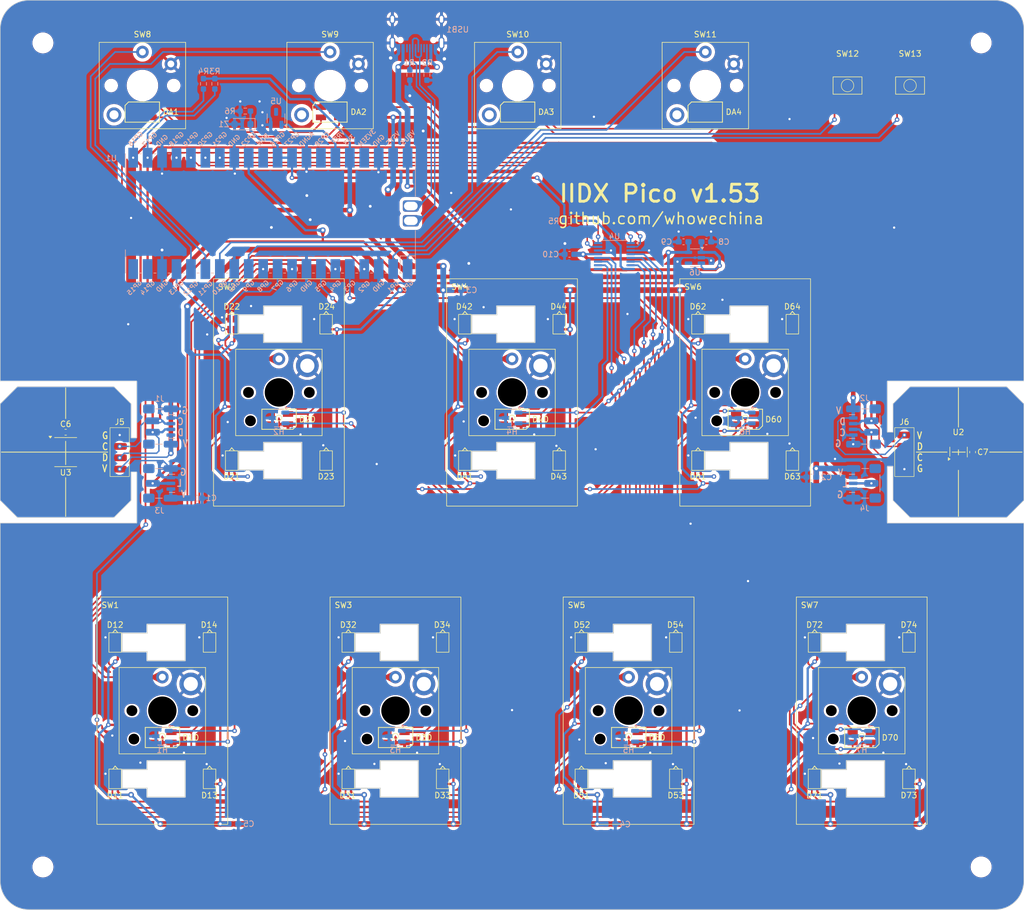
<source format=kicad_pcb>
(kicad_pcb (version 20241229) (generator "pcbnew") (generator_version "9.0")
  (title_block (title "Pico Controller for IIDX"))
  (layers (0 "F.Cu" signal) (2 "B.Cu" signal) (13 "F.Paste" user) (15 "B.Paste" user) (5 "F.SilkS" user "F.Silkscreen") (7 "B.SilkS" user "B.Silkscreen") (1 "F.Mask" user) (3 "B.Mask" user) (25 "Edge.Cuts" user))
  (net 0 "")
  (net 1 "GND")
  (net 2 "+5V")
  (net 3 "/LED1")
  (net 10 "/LED2")
  (net 14 "/LED4")
  (net 27 "Net-(DA1-Out)")
  (net 28 "Net-(DA2-Out)")
  (net 29 "Net-(DA3-Out)")
  (net 31 "Net-(USB1-CC1)")
  (net 32 "Net-(USB1-CC2)")
  (net 33 "Net-(U1-GPIO8)")
  (net 34 "Net-(U1-GPIO7)")
  (net 35 "Net-(U1-GPIO6)")
  (net 36 "Net-(U1-GPIO5)")
  (net 37 "Net-(U1-GPIO4)")
  (net 38 "/SDA")
  (net 39 "/SCL")
  (net 40 "/TT_LED")
  (net 41 "Net-(U1-GPIO3)")
  (net 42 "Net-(U1-GPIO2)")
  (net 43 "Net-(U1-GPIO12)")
  (net 44 "Net-(U1-GPIO11)")
  (net 45 "/LED3")
  (net 46 "Net-(U1-GPIO10)")
  (net 47 "Net-(U1-GPIO9)")
  (net 48 "Net-(U1-GPIO1)")
  (net 49 "/LED6")
  (net 50 "Net-(U1-GPIO0)")
  (net 53 "/LED5")
  (net 54 "Vref")
  (net 55 "/S1")
  (net 56 "/S2")
  (net 57 "/S3")
  (net 58 "/S4")
  (net 59 "/S5")
  (net 62 "/S6")
  (net 64 "/LED7")
  (net 65 "VBUS")
  (net 66 "Net-(U1-USB1)")
  (net 68 "/LED8")
  (net 70 "Net-(U1-USB2)")
  (net 71 "+3.3V")
  (net 75 "/S7")
  (net 76 "Net-(U1-GPIO26_ADC0)")
  (net 77 "Net-(U1-ADC_VREF)")
  (net 80 "/D")
  (net 81 "/A1")
  (net 82 "/A2")
  (net 83 "/A0")
  (net 84 "/EN")
  (footprint "iidx_pico:WS2812B-1615" (layer "F.Cu") (at 190.52 132.4 -90)
    (property "Reference" "D72")
    (property "Value" "WS2812B_Unified" (hide yes))
  )
  (footprint "iidx_pico:WS2812B-1615" (layer "F.Cu") (at 125.12 156.4 -90)
    (property "Reference" "D33")
    (property "Value" "WS2812B_Unified" (hide yes))
  )
  (footprint "iidx_pico:P2.0_4P_Solder" (layer "F.Cu") (at 206.32 98.9 -90)
    (property "Reference" "J6")
    (property "Value" "Spin")
  )
  (footprint "iidx_pico:WS2812B-2835" (layer "F.Cu") (at 198.82 149.1)
    (property "Reference" "D70")
    (property "Value" "WS2812B_Unified" (hide yes))
  )
  (footprint "iidx_pico:WS2812B-1615" (layer "F.Cu") (at 186.62 76.4 -90)
    (property "Reference" "D64")
    (property "Value" "WS2812B_Unified" (hide yes))
  )
  (footprint "iidx_pico:WS2812B-1615" (layer "F.Cu") (at 190.52 156.4 -90)
    (property "Reference" "D71")
    (property "Value" "WS2812B_Unified" (hide yes))
  )
  (footprint "iidx_pico:WS2812B-1615" (layer "F.Cu") (at 170.02 100.4 -90)
    (property "Reference" "D61")
    (property "Value" "WS2812B_Unified" (hide yes))
  )
  (footprint "iidx_pico:WS2812B-2835" (layer "F.Cu") (at 96.32 93.1)
    (property "Reference" "D20")
    (property "Value" "WS2812B_Unified" (hide yes))
  )
  (footprint "iidx_pico:SW_Kailh_Choc_HE_IIDX" (layer "F.Cu") (at 157.82 144.4)
    (property "Reference" "SW5")
    (property "Value" "SWITCH_SPST" (hide yes))
    (fp_line (start -7.09 -13.65) (end -7.09 -10.35) (stroke (width 0.2)) (layer "Edge.Cuts"))
    (fp_line (start -7.09 10.35) (end -7.09 13.65) (stroke (width 0.2)) (layer "Edge.Cuts"))
    (fp_line (start -2.69 -15.2) (end -2.69 -13.65) (stroke (width 0.2)) (layer "Edge.Cuts"))
    (fp_line (start -2.69 -15.2) (end 4.01 -15.2) (stroke (width 0.2)) (layer "Edge.Cuts"))
    (fp_line (start -2.69 -13.65) (end -7.09 -13.65) (stroke (width 0.2)) (layer "Edge.Cuts"))
    (fp_line (start -2.69 -10.35) (end -7.09 -10.35) (stroke (width 0.2)) (layer "Edge.Cuts"))
    (fp_line (start -2.69 -10.35) (end -2.69 -8.8) (stroke (width 0.2)) (layer "Edge.Cuts"))
    (fp_line (start -2.69 -8.8) (end 4.01 -8.8) (stroke (width 0.2)) (layer "Edge.Cuts"))
    (fp_line (start -2.69 8.8) (end -2.69 10.35) (stroke (width 0.2)) (layer "Edge.Cuts"))
    (fp_line (start -2.69 8.8) (end 4.01 8.8) (stroke (width 0.2)) (layer "Edge.Cuts"))
    (fp_line (start -2.69 10.35) (end -7.09 10.35) (stroke (width 0.2)) (layer "Edge.Cuts"))
    (fp_line (start -2.69 13.65) (end -7.09 13.65) (stroke (width 0.2)) (layer "Edge.Cuts"))
    (fp_line (start -2.69 13.65) (end -2.69 15.2) (stroke (width 0.2)) (layer "Edge.Cuts"))
    (fp_line (start -2.69 15.2) (end 4.01 15.2) (stroke (width 0.2)) (layer "Edge.Cuts"))
    (fp_line (start 4.01 -15.2) (end 4.01 -8.8) (stroke (width 0.2)) (layer "Edge.Cuts"))
    (fp_line (start 4.01 8.8) (end 4.01 15.2) (stroke (width 0.2)) (layer "Edge.Cuts"))
  )
  (footprint "iidx_pico:WS2812B-1615" (layer "F.Cu") (at 67.52 156.4 -90)
    (property "Reference" "D11")
    (property "Value" "WS2812B_Unified" (hide yes))
  )
  (footprint "iidx_pico:WS2812B-2835" (layer "F.Cu") (at 75.82 149.1)
    (property "Reference" "D10")
    (property "Value" "WS2812B_Unified" (hide yes))
  )
  (footprint "Capacitor_SMD:C_0603_1608Metric_Pad1.08x0.95mm_HandSolder" (layer "F.Cu") (at 218.32 98.9 -90)
    (property "Reference" "C7")
    (property "Value" "1uF")
  )
  (footprint "iidx_pico:MountingHole_3.2mm_M3" (layer "F.Cu") (at 54.82 26.9)
    (property "Reference" "SCR1" (hide yes))
    (property "Value" "ScrewHole" (hide yes))
  )
  (footprint "iidx_pico:WS2812B-1615" (layer "F.Cu") (at 145.62 100.4 -90)
    (property "Reference" "D43")
    (property "Value" "WS2812B_Unified" (hide yes))
  )
  (footprint "iidx_pico:WS2812B-1615" (layer "F.Cu") (at 67.52 132.4 -90)
    (property "Reference" "D12")
    (property "Value" "WS2812B_Unified" (hide yes))
  )
  (footprint "iidx_pico:WS2812B-1615" (layer "F.Cu") (at 84.12 156.4 -90)
    (property "Reference" "D13")
    (property "Value" "WS2812B_Unified" (hide yes))
  )
  (footprint "iidx_pico:WS2812B-1615" (layer "F.Cu") (at 166.12 132.4 -90)
    (property "Reference" "D54")
    (property "Value" "WS2812B_Unified" (hide yes))
  )
  (footprint "iidx_pico:SW_Kailh_Choc_V1V2_1.00u_LED" (layer "F.Cu") (at 138.32 34.4)
    (property "Reference" "SW10")
    (property "Value" "SWITCH_SPST" (hide yes))
  )
  (footprint "iidx_pico:SW_Kailh_Choc_HE_IIDX" (layer "F.Cu") (at 96.32 88.4)
    (property "Reference" "SW2")
    (property "Value" "SWITCH_SPST" (hide yes))
    (fp_line (start -7.09 -13.65) (end -7.09 -10.35) (stroke (width 0.2)) (layer "Edge.Cuts"))
    (fp_line (start -7.09 10.35) (end -7.09 13.65) (stroke (width 0.2)) (layer "Edge.Cuts"))
    (fp_line (start -2.69 -15.2) (end -2.69 -13.65) (stroke (width 0.2)) (layer "Edge.Cuts"))
    (fp_line (start -2.69 -15.2) (end 4.01 -15.2) (stroke (width 0.2)) (layer "Edge.Cuts"))
    (fp_line (start -2.69 -13.65) (end -7.09 -13.65) (stroke (width 0.2)) (layer "Edge.Cuts"))
    (fp_line (start -2.69 -10.35) (end -7.09 -10.35) (stroke (width 0.2)) (layer "Edge.Cuts"))
    (fp_line (start -2.69 -10.35) (end -2.69 -8.8) (stroke (width 0.2)) (layer "Edge.Cuts"))
    (fp_line (start -2.69 -8.8) (end 4.01 -8.8) (stroke (width 0.2)) (layer "Edge.Cuts"))
    (fp_line (start -2.69 8.8) (end -2.69 10.35) (stroke (width 0.2)) (layer "Edge.Cuts"))
    (fp_line (start -2.69 8.8) (end 4.01 8.8) (stroke (width 0.2)) (layer "Edge.Cuts"))
    (fp_line (start -2.69 10.35) (end -7.09 10.35) (stroke (width 0.2)) (layer "Edge.Cuts"))
    (fp_line (start -2.69 13.65) (end -7.09 13.65) (stroke (width 0.2)) (layer "Edge.Cuts"))
    (fp_line (start -2.69 13.65) (end -2.69 15.2) (stroke (width 0.2)) (layer "Edge.Cuts"))
    (fp_line (start -2.69 15.2) (end 4.01 15.2) (stroke (width 0.2)) (layer "Edge.Cuts"))
    (fp_line (start 4.01 -15.2) (end 4.01 -8.8) (stroke (width 0.2)) (layer "Edge.Cuts"))
    (fp_line (start 4.01 8.8) (end 4.01 15.2) (stroke (width 0.2)) (layer "Edge.Cuts"))
  )
  (footprint "iidx_pico:SW_Kailh_Choc_HE_IIDX" (layer "F.Cu") (at 116.82 144.4)
    (property "Reference" "SW3")
    (property "Value" "SWITCH_SPST" (hide yes))
    (fp_line (start -7.09 -13.65) (end -7.09 -10.35) (stroke (width 0.2)) (layer "Edge.Cuts"))
    (fp_line (start -7.09 10.35) (end -7.09 13.65) (stroke (width 0.2)) (layer "Edge.Cuts"))
    (fp_line (start -2.69 -15.2) (end -2.69 -13.65) (stroke (width 0.2)) (layer "Edge.Cuts"))
    (fp_line (start -2.69 -15.2) (end 4.01 -15.2) (stroke (width 0.2)) (layer "Edge.Cuts"))
    (fp_line (start -2.69 -13.65) (end -7.09 -13.65) (stroke (width 0.2)) (layer "Edge.Cuts"))
    (fp_line (start -2.69 -10.35) (end -7.09 -10.35) (stroke (width 0.2)) (layer "Edge.Cuts"))
    (fp_line (start -2.69 -10.35) (end -2.69 -8.8) (stroke (width 0.2)) (layer "Edge.Cuts"))
    (fp_line (start -2.69 -8.8) (end 4.01 -8.8) (stroke (width 0.2)) (layer "Edge.Cuts"))
    (fp_line (start -2.69 8.8) (end -2.69 10.35) (stroke (width 0.2)) (layer "Edge.Cuts"))
    (fp_line (start -2.69 8.8) (end 4.01 8.8) (stroke (width 0.2)) (layer "Edge.Cuts"))
    (fp_line (start -2.69 10.35) (end -7.09 10.35) (stroke (width 0.2)) (layer "Edge.Cuts"))
    (fp_line (start -2.69 13.65) (end -7.09 13.65) (stroke (width 0.2)) (layer "Edge.Cuts"))
    (fp_line (start -2.69 13.65) (end -2.69 15.2) (stroke (width 0.2)) (layer "Edge.Cuts"))
    (fp_line (start -2.69 15.2) (end 4.01 15.2) (stroke (width 0.2)) (layer "Edge.Cuts"))
    (fp_line (start 4.01 -15.2) (end 4.01 -8.8) (stroke (width 0.2)) (layer "Edge.Cuts"))
    (fp_line (start 4.01 8.8) (end 4.01 15.2) (stroke (width 0.2)) (layer "Edge.Cuts"))
  )
  (footprint "iidx_pico:WS2812B-2835" (layer "F.Cu") (at 178.32 93.1)
    (property "Reference" "D60")
    (property "Value" "WS2812B_Unified" (hide yes))
  )
  (footprint "iidx_pico:SW_Kailh_Choc_V1V2_1.00u_LED" (layer "F.Cu") (at 105.32 34.4)
    (property "Reference" "SW9")
    (property "Value" "SWITCH_SPST" (hide yes))
  )
  (footprint "iidx_pico:SW_Kailh_Choc_V1V2_1.00u_LED" (layer "F.Cu") (at 72.32 34.4)
    (property "Reference" "SW8")
    (property "Value" "SWITCH_SPST" (hide yes))
  )
  (footprint "Capacitor_SMD:C_0603_1608Metric_Pad1.08x0.95mm_HandSolder" (layer "F.Cu") (at 58.82 95.4)
    (property "Reference" "C6")
    (property "Value" "1uF")
  )
  (footprint "iidx_pico:WS2812B-1615" (layer "F.Cu") (at 104.62 76.4 -90)
    (property "Reference" "D24")
    (property "Value" "WS2812B_Unified" (hide yes))
  )
  (footprint "iidx_pico:EVQP1K05M" (layer "F.Cu") (at 207.32 34.4 90)
    (property "Reference" "SW13")
    (property "Value" "Tact_4pin")
  )
  (footprint "iidx_pico:MountingHole_3.2mm_M3" (layer "F.Cu") (at 219.82 26.9)
    (property "Reference" "SCR2" (hide yes))
    (property "Value" "ScrewHole" (hide yes))
  )
  (footprint "Package_TO_SOT_SMD:TSOT-23-6_HandSoldering" (layer "F.Cu") (at 215.82 98.9 90)
    (property "Reference" "U2")
    (property "Value" "TMAG5273")
  )
  (footprint "iidx_pico:WS2812B-1615" (layer "F.Cu") (at 170.02 76.4 -90)
    (property "Reference" "D62")
    (property "Value" "WS2812B_Unified" (hide yes))
  )
  (footprint "iidx_pico:WS2812B-1615" (layer "F.Cu") (at 88.02 76.4 -90)
    (property "Reference" "D22")
    (property "Value" "WS2812B_Unified" (hide yes))
  )
  (footprint "iidx_pico:WS2812B-1615" (layer "F.Cu") (at 186.62 100.4 -90)
    (property "Reference" "D63")
    (property "Value" "WS2812B_Unified" (hide yes))
  )
  (footprint "iidx_pico:WS2812B-2835" (layer "F.Cu") (at 157.82 149.1)
    (property "Reference" "D50")
    (property "Value" "WS2812B_Unified" (hide yes))
  )
  (footprint "iidx_pico:EVQP1K05M" (layer "F.Cu") (at 196.32 34.4 90)
    (property "Reference" "SW12")
    (property "Value" "Tact_4pin")
  )
  (footprint "iidx_pico:WS2812B-2835" (layer "F.Cu") (at 138.32 39.1 180)
    (property "Reference" "DA3")
    (property "Value" "WS2812B_Unified" (hide yes))
  )
  (footprint "iidx_pico:P2.0_4P_Solder" (layer "F.Cu") (at 68.32 98.9 90)
    (property "Reference" "J5")
    (property "Value" "Spin")
  )
  (footprint "iidx_pico:WS2812B-1615" (layer "F.Cu") (at 207.12 132.4 -90)
    (property "Reference" "D74")
    (property "Value" "WS2812B_Unified" (hide yes))
  )
  (footprint "iidx_pico:WS2812B-2835" (layer "F.Cu") (at 171.32 39.1 180)
    (property "Reference" "DA4")
    (property "Value" "WS2812B_Unified" (hide yes))
  )
  (footprint "iidx_pico:WS2812B-1615" (layer "F.Cu") (at 129.02 100.4 -90)
    (property "Reference" "D41")
    (property "Value" "WS2812B_Unified" (hide yes))
  )
  (footprint "iidx_pico:WS2812B-2835" (layer "F.Cu") (at 105.32 39.1 180)
    (property "Reference" "DA2")
    (property "Value" "WS2812B_Unified" (hide yes))
  )
  (footprint "iidx_pico:WS2812B-1615" (layer "F.Cu") (at 88.02 100.4 -90)
    (property "Reference" "D21")
    (property "Value" "WS2812B_Unified" (hide yes))
  )
  (footprint "iidx_pico:WS2812B-1615" (layer "F.Cu") (at 166.12 156.4 -90)
    (property "Reference" "D53")
    (property "Value" "WS2812B_Unified" (hide yes))
  )
  (footprint "iidx_pico:WS2812B-2835" (layer "F.Cu") (at 72.32 39.1 180)
    (property "Reference" "DA1")
    (property "Value" "WS2812B_Unified" (hide yes))
  )
  (footprint "iidx_pico:WS2812B-1615" (layer "F.Cu") (at 145.62 76.4 -90)
    (property "Reference" "D44")
    (property "Value" "WS2812B_Unified" (hide yes))
  )
  (footprint "iidx_pico:WS2812B-1615" (layer "F.Cu") (at 104.62 100.4 -90)
    (property "Reference" "D23")
    (property "Value" "WS2812B_Unified" (hide yes))
  )
  (footprint "iidx_pico:WS2812B-1615" (layer "F.Cu") (at 149.52 156.4 -90)
    (property "Reference" "D51")
    (property "Value" "WS2812B_Unified" (hide yes))
  )
  (footprint "iidx_pico:SW_Kailh_Choc_HE_IIDX" (layer "F.Cu") (at 178.32 88.4)
    (property "Reference" "SW6")
    (property "Value" "SWITCH_SPST" (hide yes))
    (fp_line (start -7.09 -13.65) (end -7.09 -10.35) (stroke (width 0.2)) (layer "Edge.Cuts"))
    (fp_line (start -7.09 10.35) (end -7.09 13.65) (stroke (width 0.2)) (layer "Edge.Cuts"))
    (fp_line (start -2.69 -15.2) (end -2.69 -13.65) (stroke (width 0.2)) (layer "Edge.Cuts"))
    (fp_line (start -2.69 -15.2) (end 4.01 -15.2) (stroke (width 0.2)) (layer "Edge.Cuts"))
    (fp_line (start -2.69 -13.65) (end -7.09 -13.65) (stroke (width 0.2)) (layer "Edge.Cuts"))
    (fp_line (start -2.69 -10.35) (end -7.09 -10.35) (stroke (width 0.2)) (layer "Edge.Cuts"))
    (fp_line (start -2.69 -10.35) (end -2.69 -8.8) (stroke (width 0.2)) (layer "Edge.Cuts"))
    (fp_line (start -2.69 -8.8) (end 4.01 -8.8) (stroke (width 0.2)) (layer "Edge.Cuts"))
    (fp_line (start -2.69 8.8) (end -2.69 10.35) (stroke (width 0.2)) (layer "Edge.Cuts"))
    (fp_line (start -2.69 8.8) (end 4.01 8.8) (stroke (width 0.2)) (layer "Edge.Cuts"))
    (fp_line (start -2.69 10.35) (end -7.09 10.35) (stroke (width 0.2)) (layer "Edge.Cuts"))
    (fp_line (start -2.69 13.65) (end -7.09 13.65) (stroke (width 0.2)) (layer "Edge.Cuts"))
    (fp_line (start -2.69 13.65) (end -2.69 15.2) (stroke (width 0.2)) (layer "Edge.Cuts"))
    (fp_line (start -2.69 15.2) (end 4.01 15.2) (stroke (width 0.2)) (layer "Edge.Cuts"))
    (fp_line (start 4.01 -15.2) (end 4.01 -8.8) (stroke (width 0.2)) (layer "Edge.Cuts"))
    (fp_line (start 4.01 8.8) (end 4.01 15.2) (stroke (width 0.2)) (layer "Edge.Cuts"))
  )
  (footprint "iidx_pico:SW_Kailh_Choc_V1V2_1.00u_LED" (layer "F.Cu") (at 171.32 34.4)
    (property "Reference" "SW11")
    (property "Value" "SWITCH_SPST" (hide yes))
  )
  (footprint "iidx_pico:WS2812B-2835" (layer "F.Cu") (at 137.32 93.1)
    (property "Reference" "D40")
    (property "Value" "WS2812B_Unified" (hide yes))
  )
  (footprint "Package_SO:SOIC-8_3.9x4.9mm_P1.27mm" (layer "F.Cu") (at 58.82 98.9)
    (property "Reference" "U3")
    (property "Value" "AS5600")
  )
  (footprint "iidx_pico:SW_Kailh_Choc_HE_IIDX" (layer "F.Cu") (at 198.82 144.4)
    (property "Reference" "SW7")
    (property "Value" "SWITCH_SPST" (hide yes))
    (fp_line (start -7.09 -13.65) (end -7.09 -10.35) (stroke (width 0.2)) (layer "Edge.Cuts"))
    (fp_line (start -7.09 10.35) (end -7.09 13.65) (stroke (width 0.2)) (layer "Edge.Cuts"))
    (fp_line (start -2.69 -15.2) (end -2.69 -13.65) (stroke (width 0.2)) (layer "Edge.Cuts"))
    (fp_line (start -2.69 -15.2) (end 4.01 -15.2) (stroke (width 0.2)) (layer "Edge.Cuts"))
    (fp_line (start -2.69 -13.65) (end -7.09 -13.65) (stroke (width 0.2)) (layer "Edge.Cuts"))
    (fp_line (start -2.69 -10.35) (end -7.09 -10.35) (stroke (width 0.2)) (layer "Edge.Cuts"))
    (fp_line (start -2.69 -10.35) (end -2.69 -8.8) (stroke (width 0.2)) (layer "Edge.Cuts"))
    (fp_line (start -2.69 -8.8) (end 4.01 -8.8) (stroke (width 0.2)) (layer "Edge.Cuts"))
    (fp_line (start -2.69 8.8) (end -2.69 10.35) (stroke (width 0.2)) (layer "Edge.Cuts"))
    (fp_line (start -2.69 8.8) (end 4.01 8.8) (stroke (width 0.2)) (layer "Edge.Cuts"))
    (fp_line (start -2.69 10.35) (end -7.09 10.35) (stroke (width 0.2)) (layer "Edge.Cuts"))
    (fp_line (start -2.69 13.65) (end -7.09 13.65) (stroke (width 0.2)) (layer "Edge.Cuts"))
    (fp_line (start -2.69 13.65) (end -2.69 15.2) (stroke (width 0.2)) (layer "Edge.Cuts"))
    (fp_line (start -2.69 15.2) (end 4.01 15.2) (stroke (width 0.2)) (layer "Edge.Cuts"))
    (fp_line (start 4.01 -15.2) (end 4.01 -8.8) (stroke (width 0.2)) (layer "Edge.Cuts"))
    (fp_line (start 4.01 8.8) (end 4.01 15.2) (stroke (width 0.2)) (layer "Edge.Cuts"))
  )
  (footprint "iidx_pico:WS2812B-1615" (layer "F.Cu") (at 129.02 76.4 -90)
    (property "Reference" "D42")
    (property "Value" "WS2812B_Unified" (hide yes))
  )
  (footprint "iidx_pico:SW_Kailh_Choc_HE_IIDX" (layer "F.Cu") (at 137.32 88.4)
    (property "Reference" "SW4")
    (property "Value" "SWITCH_SPST" (hide yes))
    (fp_line (start -7.09 -13.65) (end -7.09 -10.35) (stroke (width 0.2)) (layer "Edge.Cuts"))
    (fp_line (start -7.09 10.35) (end -7.09 13.65) (stroke (width 0.2)) (layer "Edge.Cuts"))
    (fp_line (start -2.69 -15.2) (end -2.69 -13.65) (stroke (width 0.2)) (layer "Edge.Cuts"))
    (fp_line (start -2.69 -15.2) (end 4.01 -15.2) (stroke (width 0.2)) (layer "Edge.Cuts"))
    (fp_line (start -2.69 -13.65) (end -7.09 -13.65) (stroke (width 0.2)) (layer "Edge.Cuts"))
    (fp_line (start -2.69 -10.35) (end -7.09 -10.35) (stroke (width 0.2)) (layer "Edge.Cuts"))
    (fp_line (start -2.69 -10.35) (end -2.69 -8.8) (stroke (width 0.2)) (layer "Edge.Cuts"))
    (fp_line (start -2.69 -8.8) (end 4.01 -8.8) (stroke (width 0.2)) (layer "Edge.Cuts"))
    (fp_line (start -2.69 8.8) (end -2.69 10.35) (stroke (width 0.2)) (layer "Edge.Cuts"))
    (fp_line (start -2.69 8.8) (end 4.01 8.8) (stroke (width 0.2)) (layer "Edge.Cuts"))
    (fp_line (start -2.69 10.35) (end -7.09 10.35) (stroke (width 0.2)) (layer "Edge.Cuts"))
    (fp_line (start -2.69 13.65) (end -7.09 13.65) (stroke (width 0.2)) (layer "Edge.Cuts"))
    (fp_line (start -2.69 13.65) (end -2.69 15.2) (stroke (width 0.2)) (layer "Edge.Cuts"))
    (fp_line (start -2.69 15.2) (end 4.01 15.2) (stroke (width 0.2)) (layer "Edge.Cuts"))
    (fp_line (start 4.01 -15.2) (end 4.01 -8.8) (stroke (width 0.2)) (layer "Edge.Cuts"))
    (fp_line (start 4.01 8.8) (end 4.01 15.2) (stroke (width 0.2)) (layer "Edge.Cuts"))
  )
  (footprint "iidx_pico:WS2812B-1615" (layer "F.Cu") (at 108.52 132.4 -90)
    (property "Reference" "D32")
    (property "Value" "WS2812B_Unified" (hide yes))
  )
  (footprint "iidx_pico:WS2812B-1615" (layer "F.Cu") (at 108.52 156.4 -90)
    (property "Reference" "D31")
    (property "Value" "WS2812B_Unified" (hide yes))
  )
  (footprint "iidx_pico:MountingHole_3.2mm_M3" (layer "F.Cu") (at 219.82 171.9)
    (property "Reference" "SCR4" (hide yes))
    (property "Value" "ScrewHole" (hide yes))
  )
  (footprint "iidx_pico:MountingHole_3.2mm_M3" (layer "F.Cu") (at 54.82 171.9)
    (property "Reference" "SCR3" (hide yes))
    (property "Value" "ScrewHole" (hide yes))
  )
  (footprint "iidx_pico:WS2812B-2835" (layer "F.Cu") (at 116.82 149.1)
    (property "Reference" "D30")
    (property "Value" "WS2812B_Unified" (hide yes))
  )
  (footprint "iidx_pico:SW_Kailh_Choc_HE_IIDX" (layer "F.Cu") (at 75.82 144.4)
    (property "Reference" "SW1")
    (property "Value" "SWITCH_SPST" (hide yes))
    (fp_line (start -7.09 -13.65) (end -7.09 -10.35) (stroke (width 0.2)) (layer "Edge.Cuts"))
    (fp_line (start -7.09 10.35) (end -7.09 13.65) (stroke (width 0.2)) (layer "Edge.Cuts"))
    (fp_line (start -2.69 -15.2) (end -2.69 -13.65) (stroke (width 0.2)) (layer "Edge.Cuts"))
    (fp_line (start -2.69 -15.2) (end 4.01 -15.2) (stroke (width 0.2)) (layer "Edge.Cuts"))
    (fp_line (start -2.69 -13.65) (end -7.09 -13.65) (stroke (width 0.2)) (layer "Edge.Cuts"))
    (fp_line (start -2.69 -10.35) (end -7.09 -10.35) (stroke (width 0.2)) (layer "Edge.Cuts"))
    (fp_line (start -2.69 -10.35) (end -2.69 -8.8) (stroke (width 0.2)) (layer "Edge.Cuts"))
    (fp_line (start -2.69 -8.8) (end 4.01 -8.8) (stroke (width 0.2)) (layer "Edge.Cuts"))
    (fp_line (start -2.69 8.8) (end -2.69 10.35) (stroke (width 0.2)) (layer "Edge.Cuts"))
    (fp_line (start -2.69 8.8) (end 4.01 8.8) (stroke (width 0.2)) (layer "Edge.Cuts"))
    (fp_line (start -2.69 10.35) (end -7.09 10.35) (stroke (width 0.2)) (layer "Edge.Cuts"))
    (fp_line (start -2.69 13.65) (end -7.09 13.65) (stroke (width 0.2)) (layer "Edge.Cuts"))
    (fp_line (start -2.69 13.65) (end -2.69 15.2) (stroke (width 0.2)) (layer "Edge.Cuts"))
    (fp_line (start -2.69 15.2) (end 4.01 15.2) (stroke (width 0.2)) (layer "Edge.Cuts"))
    (fp_line (start 4.01 -15.2) (end 4.01 -8.8) (stroke (width 0.2)) (layer "Edge.Cuts"))
    (fp_line (start 4.01 8.8) (end 4.01 15.2) (stroke (width 0.2)) (layer "Edge.Cuts"))
  )
  (footprint "iidx_pico:WS2812B-1615" (layer "F.Cu") (at 125.12 132.4 -90)
    (property "Reference" "D34")
    (property "Value" "WS2812B_Unified" (hide yes))
  )
  (footprint "iidx_pico:WS2812B-1615" (layer "F.Cu") (at 84.12 132.4 -90)
    (property "Reference" "D14")
    (property "Value" "WS2812B_Unified" (hide yes))
  )
  (footprint "iidx_pico:WS2812B-1615" (layer "F.Cu") (at 149.52 132.4 -90)
    (property "Reference" "D52")
    (property "Value" "WS2812B_Unified" (hide yes))
  )
  (footprint "iidx_pico:WS2812B-1615" (layer "F.Cu") (at 207.12 156.4 -90)
    (property "Reference" "D73")
    (property "Value" "WS2812B_Unified" (hide yes))
  )
  (footprint "Resistor_SMD:R_0603_1608Metric_Pad0.98x0.95mm_HandSolder" (layer "B.Cu") (at 83.05 34.1 -90)
    (property "Reference" "R4")
    (property "Value" "5.1K")
  )
  (footprint "iidx_pico:SOT-23-FAT" (layer "B.Cu") (at 178.32 92.9 180)
    (property "Reference" "H6")
    (property "Value" "SS49E_SOT23" (hide yes))
  )
  (footprint "Capacitor_SMD:C_0603_1608Metric_Pad1.08x0.95mm_HandSolder" (layer "B.Cu") (at 127.52 70.4)
    (property "Reference" "C3")
    (property "Value" "1uF")
  )
  (footprint "Resistor_SMD:R_0603_1608Metric_Pad0.98x0.95mm_HandSolder" (layer "B.Cu") (at 90.4075 38.9)
    (property "Reference" "R6")
    (property "Value" "10K" (hide yes))
  )
  (footprint "iidx_pico:SH1.0_3P_Solder_Combo" (layer "B.Cu") (at 75.32 104.4 90)
    (property "Reference" "J3")
    (property "Value" "RGB")
  )
  (footprint "Package_SO:TSSOP-16_4.4x5mm_P0.65mm" (layer "B.Cu") (at 155.32 64.4 180)
    (property "Reference" "U4")
    (property "Value" "ADG708BRUZ")
  )
  (footprint "iidx_pico:RPi_Pico_SMD_Pins_No_SWD" (layer "B.Cu") (at 94.82 56.9 90)
    (property "Reference" "U1")
    (property "Value" "PiPico_No_SWD")
  )
  (footprint "iidx_pico:SOT-23-FAT" (layer "B.Cu") (at 137.32 92.9 180)
    (property "Reference" "H4")
    (property "Value" "SS49E_SOT23" (hide yes))
  )
  (footprint "Capacitor_SMD:C_0603_1608Metric_Pad1.08x0.95mm_HandSolder" (layer "B.Cu") (at 189.9575 103.3 180)
    (property "Reference" "C2")
    (property "Value" "1uF")
  )
  (footprint "iidx_pico:SOT-23-FAT" (layer "B.Cu") (at 95.82 40.1625 90)
    (property "Reference" "U5")
    (property "Value" "LM4040DBZ-3")
  )
  (footprint "Capacitor_SMD:C_0603_1608Metric_Pad1.08x0.95mm_HandSolder" (layer "B.Cu") (at 147.42 64.1 180)
    (property "Reference" "C10")
    (property "Value" "0.1uF" (hide yes))
  )
  (footprint "Diode_SMD:D_SOD-123F" (layer "B.Cu") (at 89.92 41.2 180)
    (property "Reference" "Z1")
    (property "Value" "3.3V")
  )
  (footprint "Resistor_SMD:R_0603_1608Metric_Pad0.98x0.95mm_HandSolder" (layer "B.Cu") (at 85.05 34.1 -90)
    (property "Reference" "R3")
    (property "Value" "5.1K")
  )
  (footprint "iidx_pico:SH1.0_4P_Solder_Combo" (layer "B.Cu") (at 199.32 94.4 -90)
    (property "Reference" "J2")
    (property "Value" "Spin")
  )
  (footprint "Capacitor_SMD:C_0603_1608Metric_Pad1.08x0.95mm_HandSolder" (layer "B.Cu") (at 88.32 164.32)
    (property "Reference" "C5")
    (property "Value" "1uF")
  )
  (footprint "iidx_pico:SOT-23-FAT" (layer "B.Cu") (at 198.82 148.9 180)
    (property "Reference" "H7")
    (property "Value" "SS49E_SOT23" (hide yes))
  )
  (footprint "Package_TO_SOT_SMD:SOT-23-5" (layer "B.Cu") (at 169.4825 64.7 180)
    (property "Reference" "U6")
    (property "Value" "LP5907MFX-4.5" (hide yes))
  )
  (footprint "iidx_pico:SH1.0_4P_Solder_Combo" (layer "B.Cu") (at 75.32 94.4 90)
    (property "Reference" "J1")
    (property "Value" "Spin")
  )
  (footprint "Resistor_SMD:R_0603_1608Metric_Pad0.98x0.95mm_HandSolder" (layer "B.Cu") (at 119.34381 32.55 -90)
    (property "Reference" "R1")
    (property "Value" "5K1")
  )
  (footprint "Capacitor_SMD:C_0603_1608Metric_Pad1.08x0.95mm_HandSolder" (layer "B.Cu") (at 171.4825 61.9)
    (property "Reference" "C8")
    (property "Value" "0.1uF" (hide yes))
  )
  (footprint "iidx_pico:SOT-23-FAT" (layer "B.Cu") (at 96.32 92.9 180)
    (property "Reference" "H2")
    (property "Value" "SS49E_SOT23" (hide yes))
  )
  (footprint "iidx_pico:SOT-23-FAT" (layer "B.Cu") (at 75.82 148.9 180)
    (property "Reference" "H1")
    (property "Value" "SS49E_SOT23" (hide yes))
  )
  (footprint "Capacitor_SMD:C_0603_1608Metric_Pad1.08x0.95mm_HandSolder" (layer "B.Cu") (at 154.62 164.34)
    (property "Reference" "C4")
    (property "Value" "1uF")
  )
  (footprint "Resistor_SMD:R_0603_1608Metric_Pad0.98x0.95mm_HandSolder" (layer "B.Cu") (at 122.34381 32.55 -90)
    (property "Reference" "R2")
    (property "Value" "5K1")
  )
  (footprint "iidx_pico:SOT-23-FAT" (layer "B.Cu") (at 157.82 148.9 180)
    (property "Reference" "H5")
    (property "Value" "SS49E_SOT23" (hide yes))
  )
  (footprint "iidx_pico:SH1.0_3P_Solder_Combo" (layer "B.Cu") (at 199.32 104.4 -90)
    (property "Reference" "J4")
    (property "Value" "RGB")
  )
  (footprint "Capacitor_SMD:C_0603_1608Metric_Pad1.08x0.95mm_HandSolder" (layer "B.Cu") (at 167.4825 61.9 180)
    (property "Reference" "C9")
    (property "Value" "0.1uF" (hide yes))
  )
  (footprint "iidx_pico:SOT-23-FAT" (layer "B.Cu") (at 116.82 148.9 180)
    (property "Reference" "H3")
    (property "Value" "SS49E_SOT23" (hide yes))
  )
  (footprint "Resistor_SMD:R_0603_1608Metric_Pad0.98x0.95mm_HandSolder" (layer "B.Cu") (at 147.42 58.2)
    (property "Reference" "R5")
    (property "Value" "2K" (hide yes))
  )
  (footprint "Type-C:HRO-TYPE-C-31-M-12-Assembly" (layer "B.Cu") (at 120.59381 20.1375)
    (property "Reference" "USB1")
    (property "Value" "U262-161N-4BVC11" (hide yes))
  )
  (footprint "Capacitor_SMD:C_0603_1608Metric_Pad1.08x0.95mm_HandSolder" (layer "B.Cu") (at 81.92 107.01)
    (property "Reference" "C1")
    (property "Value" "1uF")
  )
  (gr_line (start 221.32 98.9) (end 227.02 98.9) (stroke (width 0.15)) (layer "F.SilkS"))
  (gr_line (start 215.82 99.4) (end 215.82 98.5) (stroke (width 0.15)) (layer "F.SilkS"))
  (gr_line (start 58.82 103.4) (end 58.82 110.2) (stroke (width 0.15)) (layer "F.SilkS"))
  (gr_line (start 215.82 87.6) (end 215.82 94.5) (stroke (width 0.15)) (layer "F.SilkS"))
  (gr_line (start 58.82 97) (end 58.82 101.1) (stroke (width 0.15)) (layer "F.SilkS"))
  (gr_line (start 47.52 98.9) (end 66.22 98.9) (stroke (width 0.15)) (layer "F.SilkS"))
  (gr_line (start 58.82 87.6) (end 58.82 93) (stroke (width 0.15)) (layer "F.SilkS"))
  (gr_line (start 215.82 102.1) (end 215.82 110.2) (stroke (width 0.15)) (layer "F.SilkS"))
  (gr_line (start 214.72 98.9) (end 217.02 98.9) (stroke (width 0.15)) (layer "F.SilkS"))
  (gr_line (start 208.42 98.9) (end 213.82 98.9) (stroke (width 0.15)) (layer "F.SilkS"))
  (gr_line (start 71.32 102.4) (end 71.32 111.4) (stroke (width 0.1)) (layer "Edge.Cuts"))
  (gr_line (start 50.32 87.4) (end 67.32 87.4) (stroke (width 0.1)) (layer "Edge.Cuts"))
  (gr_line (start 71.32 96.4) (end 70.32 96.4) (stroke (width 0.1)) (layer "Edge.Cuts"))
  (gr_line (start 207.32 87.4) (end 204.32 90.4) (stroke (width 0.1)) (layer "Edge.Cuts"))
  (gr_line (start 203.32 111.4) (end 203.32 101.4) (stroke (width 0.1)) (layer "Edge.Cuts"))
  (gr_line (start 227.32 90.4) (end 224.32 87.4) (stroke (width 0.1)) (layer "Edge.Cuts"))
  (gr_line (start 47.32 86.4) (end 71.32 86.4) (stroke (width 0.1)) (layer "Edge.Cuts"))
  (gr_line (start 204.32 90.4) (end 204.32 95.4) (stroke (width 0.1)) (layer "Edge.Cuts"))
  (gr_line (start 224.32 87.4) (end 207.32 87.4) (stroke (width 0.1)) (layer "Edge.Cuts"))
  (gr_line (start 47.32 107.4) (end 50.32 110.4) (stroke (width 0.1)) (layer "Edge.Cuts"))
  (gr_line (start 203.32 95.4) (end 203.32 86.4) (stroke (width 0.1)) (layer "Edge.Cuts"))
  (gr_line (start 227.32 111.4) (end 203.32 111.4) (stroke (width 0.1)) (layer "Edge.Cuts"))
  (gr_line (start 70.32 107.4) (end 70.32 102.4) (stroke (width 0.1)) (layer "Edge.Cuts"))
  (gr_line (start 207.32 110.4) (end 204.32 107.4) (stroke (width 0.1)) (layer "Edge.Cuts"))
  (gr_line (start 47.32 90.4) (end 50.32 87.4) (stroke (width 0.1)) (layer "Edge.Cuts"))
  (gr_line (start 227.32 24.4) (end 227.32 86.4) (stroke (width 0.1)) (layer "Edge.Cuts"))
  (gr_line (start 47.32 24.4) (end 47.32 86.4) (stroke (width 0.1)) (layer "Edge.Cuts"))
  (gr_arc (start 222.32 19.4) (mid 225.855534 20.864466) (end 227.32 24.4) (stroke (width 0.1)) (layer "Edge.Cuts"))
  (gr_line (start 70.32 102.4) (end 71.32 102.4) (stroke (width 0.1)) (layer "Edge.Cuts"))
  (gr_line (start 71.32 86.4) (end 71.32 96.4) (stroke (width 0.1)) (layer "Edge.Cuts"))
  (gr_line (start 204.32 107.4) (end 204.32 101.4) (stroke (width 0.1)) (layer "Edge.Cuts"))
  (gr_line (start 47.32 107.4) (end 47.32 90.4) (stroke (width 0.1)) (layer "Edge.Cuts"))
  (gr_line (start 203.32 101.4) (end 204.32 101.4) (stroke (width 0.1)) (layer "Edge.Cuts"))
  (gr_line (start 50.32 110.4) (end 67.32 110.4) (stroke (width 0.1)) (layer "Edge.Cuts"))
  (gr_line (start 52.32 19.4) (end 222.32 19.4) (stroke (width 0.1)) (layer "Edge.Cuts"))
  (gr_line (start 227.32 111.4) (end 227.32 174.4) (stroke (width 0.1)) (layer "Edge.Cuts"))
  (gr_line (start 227.32 107.4) (end 224.32 110.4) (stroke (width 0.1)) (layer "Edge.Cuts"))
  (gr_line (start 52.32 179.4) (end 222.32 179.4) (stroke (width 0.1)) (layer "Edge.Cuts"))
  (gr_line (start 204.32 95.4) (end 203.32 95.4) (stroke (width 0.1)) (layer "Edge.Cuts"))
  (gr_line (start 203.32 86.4) (end 227.32 86.4) (stroke (width 0.1)) (layer "Edge.Cuts"))
  (gr_line (start 71.32 111.4) (end 47.32 111.4) (stroke (width 0.1)) (layer "Edge.Cuts"))
  (gr_arc (start 227.32 174.4) (mid 225.855534 177.935534) (end 222.32 179.4) (stroke (width 0.1)) (layer "Edge.Cuts"))
  (gr_line (start 47.32 174.4) (end 47.32 111.4) (stroke (width 0.1)) (layer "Edge.Cuts"))
  (gr_line (start 224.32 110.4) (end 207.32 110.4) (stroke (width 0.1)) (layer "Edge.Cuts"))
  (gr_line (start 67.32 87.4) (end 70.32 90.4) (stroke (width 0.1)) (layer "Edge.Cuts"))
  (gr_line (start 227.32 90.4) (end 227.32 107.4) (stroke (width 0.1)) (layer "Edge.Cuts"))
  (gr_arc (start 47.32 24.4) (mid 48.784466 20.864466) (end 52.32 19.4) (stroke (width 0.1)) (layer "Edge.Cuts"))
  (gr_line (start 70.32 90.4) (end 70.32 96.4) (stroke (width 0.1)) (layer "Edge.Cuts"))
  (gr_arc (start 52.32 179.4) (mid 48.784466 177.935534) (end 47.32 174.4) (stroke (width 0.1)) (layer "Edge.Cuts"))
  (gr_line (start 67.32 110.4) (end 70.32 107.4) (stroke (width 0.1)) (layer "Edge.Cuts"))
  (gr_text "github.com/whowechina" (at 163.52 57.8 0) (layer "F.SilkS") (effects (font (size 2 2) (thickness 0.25))))
  (gr_text "G\nC\nD\nV" (at 65.12 102.5 0) (layer "F.SilkS") (effects (font (size 1.2 1) (thickness 0.2) (bold yes)) (justify left bottom)))
  (gr_text "IIDX Pico v1.53" (at 163.32 53.4 0) (layer "F.SilkS") (effects (font (size 3 3) (thickness 0.5))))
  (gr_text "V\nD\nC\nG" (at 208.42 102.5 0) (layer "F.SilkS") (effects (font (size 1.2 1) (thickness 0.2) (bold yes)) (justify left bottom)))
  (gr_text "G\n C\n D\nV" (at 80.42 98.1 0) (layer "B.SilkS") (effects (font (size 1.2 1) (thickness 0.2) (bold yes)) (justify left bottom mirror)))
  (gr_text "G\n L\nV" (at 80.12 107 0) (layer "B.SilkS") (effects (font (size 1.2 1) (thickness 0.2) (bold yes)) (justify left bottom mirror)))
  (gr_text " V\nL\n G" (at 196.42 107.1 0) (layer "B.SilkS") (effects (font (size 1.2 1) (thickness 0.2) (bold yes)) (justify left bottom mirror)))
  (gr_text " V\nD\nC\n G" (at 196.07 98.11 -0) (layer "B.SilkS") (effects (font (size 1.2 1) (thickness 0.2) (bold yes)) (justify left bottom mirror)))
  (segment (start 64.42 95.9) (end 68.32 95.9) (width 0.4) (layer "F.Cu") (net 1))
  (segment (start 206.32 101.9) (end 211.92 101.9) (width 0.4) (layer "F.Cu") (net 1))
  (segment (start 216.77 102.05) (end 216.77 100.61) (width 0.4) (layer "F.Cu") (net 1))
  (segment (start 63.325 96.995) (end 64.42 95.9) (width 0.4) (layer "F.Cu") (net 1))
  (segment (start 216.02 102.8) (end 216.77 102.05) (width 0.4) (layer "F.Cu") (net 1))
  (segment (start 211.92 101.9) (end 212.82 102.8) (width 0.4) (layer "F.Cu") (net 1))
  (segment (start 60.315 96.995) (end 61.295 96.995) (width 0.6) (layer "F.Cu") (net 1))
  (segment (start 217.4725 100.61) (end 218.32 99.7625) (width 0.6) (layer "F.Cu") (net 1))
  (segment (start 59.6825 95.4) (end 59.6825 96.3625) (width 0.6) (layer "F.Cu") (net 1))
  (segment (start 58.82 97.225) (end 59.6825 96.3625) (width 0.6) (layer "F.Cu") (net 1))
  (segment (start 58.82 97.4) (end 58.82 97.225) (width 0.6) (layer "F.Cu") (net 1))
  (segment (start 56.345 100.805) (end 58.015 100.805) (width 0.6) (layer "F.Cu") (net 1))
  (segment (start 61.295 96.995) (end 63.325 96.995) (width 0.4) (layer "F.Cu") (net 1))
  (segment (start 58.015 100.805) (end 58.82 100) (width 0.6) (layer "F.Cu") (net 1))
  (segment (start 58.82 100) (end 58.82 97.4) (width 0.6) (layer "F.Cu") (net 1))
  (segment (start 212.82 102.8) (end 216.02 102.8) (width 0.4) (layer "F.Cu") (net 1))
  (segment (start 216.77 100.61) (end 217.4725 100.61) (width 0.6) (layer "F.Cu") (net 1))
  (segment (start 59.6825 96.3625) (end 60.315 96.995) (width 0.6) (layer "F.Cu") (net 1))
  (via (at 65.82 155.5) (size 0.8) (drill 0.4) (layers "F.Cu" "B.Cu") (net 1))
  (via (at 169.6 92.85) (size 0.8) (drill 0.4) (layers "F.Cu" "B.Cu") (net 1))
  (via (at 202.62 151.8) (size 0.8) (drill 0.4) (layers "F.Cu" "B.Cu") (net 1))
  (via (at 100.12 95.8) (size 0.8) (drill 0.4) (layers "F.Cu" "B.Cu") (net 1))
  (via (at 75.77 49.9) (size 0.8) (drill 0.4) (layers "F.Cu" "B.Cu") (net 1))
  (via (at 197.32 97.51) (size 0.8) (drill 0.4) (layers "F.Cu" "B.Cu") (net 1))
  (via (at 119.34381 36.2) (size 1) (drill 0.5) (layers "F.Cu" "B.Cu") (net 1))
  (via (at 172.32 65.2) (size 0.8) (drill 0.4) (layers "F.Cu" "B.Cu") (net 1))
  (via (at 186.12 97.4) (size 0.8) (drill 0.4) (layers "F.Cu" "B.Cu") (net 1))
  (via (at 165.62 153.8) (size 0.8) (drill 0.4) (layers "F.Cu" "B.Cu") (net 1))
  (via (at 102.52 75.5) (size 0.8) (drill 0.4) (layers "F.Cu" "B.Cu") (net 1))
  (via (at 101.23 53.76) (size 1) (drill 0.5) (layers "F.Cu" "B.Cu") (net 1))
  (via (at 147.72 131.5) (size 0.8) (drill 0.4) (layers "F.Cu" "B.Cu") (net 1))
  (via (at 166.62 60.1) (size 0.8) (drill 0.4) (layers "F.Cu" "B.Cu") (net 1))
  (via (at 143.62 75.5) (size 0.8) (drill 0.4) (layers "F.Cu" "B.Cu") (net 1))
  (via (at 157.62 74.6) (size 0.8) (drill 0.4) (layers "F.Cu" "B.Cu") (net 1))
  (via (at 115.97 29.55) (size 1) (drill 0.6) (layers "F.Cu" "B.Cu") (net 1))
  (via (at 154.72 63.425) (size 0.8) (drill 0.4) (layers "F.Cu" "B.Cu") (net 1))
  (via (at 123.42 131.5) (size 0.8) (drill 0.4) (layers "F.Cu" "B.Cu") (net 1))
  (via (at 106.82 155.5) (size 0.8) (drill 0.4) (layers "F.Cu" "B.Cu") (net 1))
  (via (at 113.11 153.77) (size 0.8) (drill 0.4) (layers "F.Cu" "B.Cu") (net 1))
  (via (at 161.42 63.425) (size 0.8) (drill 0.4) (layers "F.Cu" "B.Cu") (net 1))
  (via (at 126.62 53.3) (size 0.8) (drill 0.4) (layers "F.Cu" "B.Cu") (net 1))
  (via (at 67.02 148.78) (size 0.8) (drill 0.4) (layers "F.Cu" "B.Cu") (net 1))
  (via (at 206.32 101.9) (size 0.8) (drill 0.4) (layers "F.Cu" "B.Cu") (net 1))
  (via (at 101.82 58.01) (size 1) (drill 0.5) (layers "F.Cu" "B.Cu") (net 1))
  (via (at 145.12 97.8) (size 0.8) (drill 0.4) (layers "F.Cu" "B.Cu") (net 1))
  (via (at 168.32 75.5) (size 0.8) (drill 0.4) (layers "F.Cu" "B.Cu") (net 1))
  (via (at 141.22 95.8) (size 0.8) (drill 0.4) (layers "F.Cu" "B.Cu") (net 1))
  (via (at 89.52 37.2) (size 0.8) (drill 0.4) (layers "F.Cu" "B.Cu") (net 1))
  (via (at 146.62 62.2) (size 1) (drill 0.5) (layers "F.Cu" "B.Cu") (net 1))
  (via (at 153.8 153.64) (size 0.8) (drill 0.4) (layers "F.Cu" "B.Cu") (net 1))
  (via (at 194.12 100.1) (size 0.8) (drill 0.4) (layers "F.Cu" "B.Cu") (net 1))
  (via (at 87.12 40.1) (size 0.8) (drill 0.4) (layers "F.Cu" "B.Cu") (net 1))
  (via (at 112.38 55.65) (size 1) (drill 0.5) (layers "F.Cu" "B.Cu") (net 1))
  (via (at 65.82 131.5) (size 0.8) (drill 0.4) (layers "F.Cu" "B.Cu") (net 1))
  (via (at 107.95 149.74) (size 0.8) (drill 0.4) (layers "F.Cu" "B.Cu") (net 1))
  (via (at 124.62 153.8) (size 0.8) (drill 0.4) (layers "F.Cu" "B.Cu") (net 1))
  (via (at 161.62 151.8) (size 0.8) (drill 0.4) (layers "F.Cu" "B.Cu") (net 1))
  (via (at 190.26 149.22) (size 0.8) (drill 0.4) (layers "F.Cu" "B.Cu") (net 1))
  (via (at 188.82 131.5) (size 0.8) (drill 0.4) (layers "F.Cu" "B.Cu") (net 1))
  (via (at 106.82 131.5) (size 0.8) (drill 0.4) (layers "F.Cu" "B.Cu") (net 1))
  (via (at 91.42 73.2) (size 0.8) (drill 0.4) (layers "F.Cu" "B.Cu") (net 1))
  (via (at 182.22 95.7) (size 0.8) (drill 0.4) (layers "F.Cu" "B.Cu") (net 1))
  (via (at 184.82 75.5) (size 0.8) (drill 0.4) (layers "F.Cu" "B.Cu") (net 1))
  (via (at 71.96 153.55) (size 0.8) (drill 0.4) (layers "F.Cu" "B.Cu") (net 1))
  (via (at 93.42 39.1) (size 0.8) (drill 0.4) (layers "F.Cu" "B.Cu") (net 1))
  (via (at 164.42 131.5) (size 0.8) (drill 0.4) (layers "F.Cu" "B.Cu") (net 1))
  (via (at 174.32 72.1) (size 0.8) (drill 0.4) (layers "F.Cu" "B.Cu") (net 1))
  (via (at 137.12 56.2) (size 0.8) (drill 0.4) (layers "F.Cu" "B.Cu") (net 1))
  (via (at 70.32 57.7) (size 0.8) (drill 0.4) (layers "F.Cu" "B.Cu") (net 1))
  (via (at 82.32 131.5) (size 0.8) (drill 0.4) (layers "F.Cu" "B.Cu") (net 1))
  (via (at 168.72 111.5) (size 0.8) (drill 0.4) (layers "F.Cu" "B.Cu") (net 1))
  (via (at 86.42 99.5) (size 0.8) (drill 0.4) (layers "F.Cu" "B.Cu") (net 1))
  (via (at 68.32 95.9) (size 0.8) (drill 0.4) (layers "F.Cu" "B.Cu") (net 1))
  (via (at 88.57 49.9) (size 0.8) (drill 0.4) (layers "F.Cu" "B.Cu") (net 1))
  (via (at 186.12 40.3) (size 0.8) (drill 0.4) (layers "F.Cu" "B.Cu") (net 1))
  (via (at 87.32 93.61) (size 0.8) (drill 0.4) (layers "F.Cu" "B.Cu") (net 1))
  (via (at 205.42 131.5) (size 0.8) (drill 0.4) (layers "F.Cu" "B.Cu") (net 1))
  (via (at 206.62 153.8) (size 0.8) (drill 0.4) (layers "F.Cu" "B.Cu") (net 1))
  (via (at 121.695 42.4) (size 1) (drill 0.5) (layers "F.Cu" "B.Cu") (net 1))
  (via (at 86.32 75.2) (size 0.8) (drill 0.4) (layers "F.Cu" "B.Cu") (net 1))
  (via (at 172.32 60.1) (size 0.8) (drill 0.4) (layers "F.Cu" "B.Cu") (net 1))
  (via (at 129.72 65.7) (size 1) (drill 0.5) (layers "F.Cu" "B.Cu") (net 1))
  (via (at 113.52 101) (size 0.8) (drill 0.4) (layers "F.Cu" "B.Cu") (net 1))
  (via (at 204.52 59.4) (size 0.8) (drill 0.4) (layers "F.Cu" "B.Cu") (net 1))
  (via (at 69.82 76.4) (size 0.8) (drill 0.4) (layers "F.Cu" "B.Cu") (net 1))
  (via (at 177.33 144.36) (size 0.8) (drill 0.4) (layers "F.Cu" "B.Cu") (net 1))
  (via (at 83.71 78.2) (size 0.8) (drill 0.4) (layers "F.Cu" "B.Cu") (net 1))
  (via (at 132.32 73.4) (size 0.8) (drill 0.4) (layers "F.Cu" "B.Cu") (net 1))
  (via (at 168.32 99.5) (size 0.8) (drill 0.4) (layers "F.Cu" "B.Cu") (net 1))
  (via (at 101.17 49.57) (size 0.8) (drill 0.4) (layers "F.Cu" "B.Cu") (net 1))
  (via (at 83.62 153.8) (size 0.8) (drill 0.4) (layers "F.Cu" "B.Cu") (net 1))
  (via (at 104.12 97.7) (size 0.8) (drill 0.4) (layers "F.Cu" "B.Cu") (net 1))
  (via (at 149.15 149.48) (size 0.8) (drill 0.4) (layers "F.Cu" "B.Cu") (net 1))
  (via (at 127.32 99.5) (size 0.8) (drill 0.4) (layers "F.Cu" "B.Cu") (net 1))
  (via (at 127.22 75.5) (size 0.8) (drill 0.4) (layers "F.Cu" "B.Cu") (net 1))
  (via (at 92.92 37.2) (size 0.8) (drill 0.4) (layers "F.Cu" "B.Cu") (net 1))
  (via (at 120.62 151.8) (size 0.8) (drill 0.4) (layers "F.Cu" "B.Cu") (net 1))
  (via (at 188.82 155.5) (size 0.8) (drill 0.4) (layers "F.Cu" "B.Cu") (net 1))
  (via (at 128.81 93.51) (size 0.8) (drill 0.4) (layers "F.Cu" "B.Cu") (net 1))
  (via (at 178.82 121.6) (size 0.8) (drill 0.4) (layers "F.Cu" "B.Cu") (net 1))
  (via (at 137.32 144.3) (size 0.8) (drill 0.4) (layers "F.Cu" "B.Cu") (net 1))
  (via (at 152.02 98.4) (size 0.8) (drill 0.4) (layers "F.Cu" "B.Cu") (net 1))
  (via (at 151.72 39.9) (size 0.8) (drill 0.4) (layers "F.Cu" "B.Cu") (net 1))
  (via (at 125.42 29.7) (size 1) (drill 0.6) (layers "F.Cu" "B.Cu") (net 1))
  (via (at 194.9 153.71) (size 0.8) (drill 0.4) (layers "F.Cu" "B.Cu") (net 1))
  (via (at 93.42 41.4) (size 0.8) (drill 0.4) (layers "F.Cu" "B.Cu") (net 1))
  (via (at 75.77 63.34) (size 1) (drill 0.5) (layers "F.Cu" "B.Cu") (net 1))
  (via (at 95 59.37) (size 1) (drill 0.5) (layers "F.Cu" "B.Cu") (net 1))
  (via (at 113.82 49.65) (size 0.8) (drill 0.4) (layers "F.Cu" "B.Cu") (net 1))
  (via (at 166.42 65.4) (size 0.8) (drill 0.4) (layers "F.Cu" "B.Cu") (net 1))
  (via (at 79.62 151.8) (size 0.8) (drill 0.4) (layers "F.Cu" "B.Cu") (net 1))
  (segment (start 152.4575 63.425) (end 154.72 63.425) (width 0.3) (layer "B.Cu") (net 1))
  (segment (start 156.6825 148.9) (end 156.6825 151.1625) (width 0.3) (layer "B.Cu") (net 1))
  (segment (start 69.52 102.5) (end 68.72 103.3) (width 0.25) (layer "B.Cu") (net 1))
  (segment (start 156.6825 151.1625) (end 157.32 151.8) (width 0.3) (layer "B.Cu") (net 1))
  (segment (start 117.36881 28.75119) (end 117.36881 27.8325) (width 0.5) (layer "B.Cu") (net 1))
  (segment (start 182.22 93.8) (end 182.22 95.7) (width 0.3) (layer "B.Cu") (net 1))
  (segment (start 94.87 42.25) (end 94.87 41.3) (width 0.4) (layer "B.Cu") (net 1))
  (segment (start 157.32 151.8) (end 161.62 151.8) (width 0.3) (layer "B.Cu") (net 1))
  (segment (start 136.1825 94.4625) (end 137.52 95.8) (width 0.3) (layer "B.Cu") (net 1))
  (segment (start 116.27381 26.9175) (end 116.45381 26.9175) (width 0.6) (layer "B.Cu") (net 1))
  (segment (start 197.6825 148.9) (end 201.82 148.9) (width 0.3) (layer "B.Cu") (net 1))
  (segment (start 206.22 100.9) (end 206.22 101.8) (width 0.25) (layer "B.Cu") (net 1))
  (segment (start 177.1825 92.9) (end 181.32 92.9) (width 0.3) (layer "B.Cu") (net 1))
  (segment (start 66.62 102.4) (end 66.62 97.6) (width 0.25) (layer "B.Cu") (net 1))
  (segment (start 123.81881 28.69881) (end 123.81881 27.8325) (width 0.5) (layer "B.Cu") (net 1))
  (segment (start 197.32 97.51) (end 197.32 95.9) (width 0.6) (layer "B.Cu") (net 1))
  (segment (start 201.82 148.9) (end 202.62 149.7) (width 0.3) (layer "B.Cu") (net 1))
  (segment (start 167.12 64.7) (end 166.42 65.4) (width 0.25) (layer "B.Cu") (net 1))
  (segment (start 119.34381 33.4625) (end 119.34381 36.2) (width 0.3) (layer "B.Cu") (net 1))
  (segment (start 68.72 103.3) (end 67.52 103.3) (width 0.25) (layer "B.Cu") (net 1))
  (segment (start 181.32 92.9) (end 182.22 93.8) (width 0.3) (layer "B.Cu") (net 1))
  (segment (start 170.62 64.7) (end 167.12 64.7) (width 0.25) (layer "B.Cu") (net 1))
  (segment (start 101.17 47.1) (end 101.17 44.75) (width 0.4) (layer "B.Cu") (net 1))
  (segment (start 67.52 103.3) (end 66.62 102.4) (width 0.25) (layer "B.Cu") (net 1))
  (segment (start 137.52 95.8) (end 141.22 95.8) (width 0.3) (layer "B.Cu") (net 1))
  (segment (start 77.32 91.29) (end 77.32 92.9) (width 0.6) (layer "B.Cu") (net 1))
  (segment (start 75.42 151.8) (end 79.62 151.8) (width 0.3) (layer "B.Cu") (net 1))
  (segment (start 194.12 100.1) (end 205.42 100.1) (width 0.25) (layer "B.Cu") (net 1))
  (segment (start 205.42 100.1) (end 206.22 100.9) (width 0.25) (layer "B.Cu") (net 1))
  (segment (start 75.93 100.4) (end 71.02 100.4) (width 0.25) (layer "B.Cu") (net 1))
  (segment (start 95.1825 94.9625) (end 96.02 95.8) (width 0.3) (layer "B.Cu") (net 1))
  (segment (start 197.32 107.01) (end 197.32 105.4) (width 0.6) (layer "B.Cu") (net 1))
  (segment (start 115.97 29.55) (end 116.57 29.55) (width 0.5) (layer "B.Cu") (net 1))
  (segment (start 77.32 101.79) (end 75.93 100.4) (width 0.25) (layer "B.Cu") (net 1))
  (segment (start 116.57 29.55) (end 117.36881 28.75119) (width 0.5) (layer "B.Cu") (net 1))
  (segment (start 124.73381 26.9175) (end 124.91381 26.9175) (width 0.6) (layer "B.Cu") (net 1))
  (segment (start 171.82 64.7) (end 170.62 64.7) (width 0.3) (layer "B.Cu") (net 1))
  (segment (start 206.22 101.8) (end 206.32 101.9) (width 0.25) (layer "B.Cu") (net 1))
  (segment (start 172.32 65.2) (end 171.82 64.7) (width 0.3) (layer "B.Cu") (net 1))
  (segment (start 96.52 43.9) (end 94.87 42.25) (width 0.4) (layer "B.Cu") (net 1))
  (segment (start 69.52 101.9) (end 69.52 102.5) (width 0.25) (layer "B.Cu") (net 1))
  (segment (start 96.02 95.8) (end 100.12 95.8) (width 0.3) (layer "B.Cu") (net 1))
  (segment (start 202.62 149.7) (end 202.62 151.8) (width 0.3) (layer "B.Cu") (net 1))
  (segment (start 74.6825 148.9) (end 74.6825 151.0625) (width 0.3) (layer "B.Cu") (net 1))
  (segment (start 66.62 97.6) (end 68.32 95.9) (width 0.25) (layer "B.Cu") (net 1))
  (segment (start 158.1825 63.425) (end 161.42 63.425) (width 0.3) (layer "B.Cu") (net 1))
  (segment (start 101.17 44.75) (end 100.32 43.9) (width 0.4) (layer "B.Cu") (net 1))
  (segment (start 115.6825 148.9) (end 115.6825 151.1625) (width 0.3) (layer "B.Cu") (net 1))
  (segment (start 77.32 103.4) (end 77.32 101.79) (width 0.6) (layer "B.Cu") (net 1))
  (segment (start 125.42 29.7) (end 124.82 29.7) (width 0.5) (layer "B.Cu") (net 1))
  (segment (start 123.81881 27.8325) (end 124.73381 26.9175) (width 0.6) (layer "B.Cu") (net 1))
  (segment (start 71.02 100.4) (end 69.52 101.9) (width 0.25) (layer "B.Cu") (net 1))
  (segment (start 100.32 43.9) (end 96.52 43.9) (width 0.4) (layer "B.Cu") (net 1))
  (segment (start 124.82 29.7) (end 123.81881 28.69881) (width 0.5) (layer "B.Cu") (net 1))
  (segment (start 136.1825 92.9) (end 136.1825 94.4625) (width 0.3) (layer "B.Cu") (net 1))
  (segment (start 115.6825 151.1625) (end 116.32 151.8) (width 0.3) (layer "B.Cu") (net 1))
  (segment (start 116.32 151.8) (end 120.62 151.8) (width 0.3) (layer "B.Cu") (net 1))
  (segment (start 116.45381 26.9175) (end 117.36881 27.8325) (width 0.6) (layer "B.Cu") (net 1))
  (segment (start 95.1825 92.9) (end 95.1825 94.9625) (width 0.3) (layer "B.Cu") (net 1))
  (segment (start 74.6825 151.0625) (end 75.42 151.8) (width 0.3) (layer "B.Cu") (net 1))
  (segment (start 125.6 157.3) (end 127.01 157.3) (width 0.4) (layer "F.Cu") (net 2))
  (segment (start 86.01 133.79) (end 85.52 133.3) (width 0.4) (layer "F.Cu") (net 2))
  (segment (start 170.07 79.77) (end 170.5 79.34) (width 0.4) (layer "F.Cu") (net 2))
  (segment (start 130.02 103.2) (end 131.82 103.2) (width 0.4) (layer "F.Cu") (net 2))
  (segment (start 190.82 77.79) (end 188.51 77.79) (width 0.4) (layer "F.Cu") (net 2))
  (segment (start 113.62 148.2) (end 112.32 146.9) (width 0.4) (layer "F.Cu") (net 2))
  (segment (start 105.8 101.3) (end 106.51 100.59) (width 0.4) (layer "F.Cu") (net 2))
  (segment (start 88.5 101.3) (end 88.5 102.68) (width 0.4) (layer "F.Cu") (net 2))
  (segment (start 116.41 40.015) (end 116.425 40) (width 0.5) (layer "F.Cu") (net 2))
  (segment (start 90.24 63.28) (end 80.24 73.28) (width 1) (layer "F.Cu") (net 2))
  (segment (start 209.01 157.3) (end 209.01 133.79) (width 0.4) (layer "F.Cu") (net 2))
  (segment (start 68 157.3) (end 68 158.68) (width 0.4) (layer "F.Cu") (net 2))
  (segment (start 191 157.3) (end 191 158.68) (width 0.4) (layer "F.Cu") (net 2))
  (segment (start 188.02 77.3) (end 187.1 77.3) (width 0.4) (layer "F.Cu") (net 2))
  (segment (start 74.22 148.2) (end 72.62 148.2) (width 0.4) (layer "F.Cu") (net 2))
  (segment (start 67.57 135.77) (end 68 135.34) (width 0.4) (layer "F.Cu") (net 2))
  (segment (start 150 158.68) (end 150.52 159.2) (width 0.4) (layer "F.Cu") (net 2))
  (segment (start 88.5 79.34) (end 88.5 77.3) (width 0.4) (layer "F.Cu") (net 2))
  (segment (start 191 158.68) (end 191.52 159.2) (width 0.4) (layer "F.Cu") (net 2))
  (segment (start 79.52 43.4) (end 76.12 40) (width 0.3) (layer "F.Cu") (net 2))
  (segment (start 134.12 92.2) (end 132.82 90.9) (width 0.4) (layer "F.Cu") (net 2))
  (segment (start 122.62 40) (end 125.32 42.7) (width 0.5) (layer "F.Cu") (net 2))
  (segment (start 172.92 41.8) (end 172.92 40) (width 0.3) (layer "F.Cu") (net 2))
  (segment (start 112.32 146.9) (end 107.32 146.9) (width 0.4) (layer "F.Cu") (net 2))
  (segment (start 138.72 42.7) (end 139.92 41.5) (width 0.5) (layer "F.Cu") (net 2))
  (segment (start 170.5 102.68) (end 171.02 103.2) (width 0.4) (layer "F.Cu") (net 2))
  (segment (start 155.08 146.68) (end 156.22 147.82) (width 0.3) (layer "F.Cu") (net 2))
  (segment (start 88.5 102.68) (end 89.02 103.2) (width 0.4) (layer "F.Cu") (net 2))
  (segment (start 106.51 77.3) (end 105.1 77.3) (width 0.4) (layer "F.Cu") (net 2))
  (segment (start 190.57 135.77) (end 191 135.34) (width 0.4) (layer "F.Cu") (net 2))
  (segment (start 109 157.3) (end 109 158.68) (width 0.4) (layer "F.Cu") (net 2))
  (segment (start 115.52 61.9) (end 119.82 66.2) (width 1) (layer "F.Cu") (net 2))
  (segment (start 116.425 40) (end 122.62 40) (width 0.5) (layer "F.Cu") (net 2))
  (segment (start 72.62 148.2) (end 71.32 146.9) (width 0.4) (layer "F.Cu") (net 2))
  (segment (start 117.62 70.4) (end 125.22 70.4) (width 1) (layer "F.Cu") (net 2))
  (segment (start 208.91 164.34) (end 86.03 164.34) (width 1) (layer "F.Cu") (net 2))
  (segment (start 146.8 101.3) (end 147.52 100.58) (width 0.4) (layer "F.Cu") (net 2))
  (segment (start 191 135.34) (end 191 133.3) (width 0.4) (layer "F.Cu") (net 2))
  (segment (start 88.07 79.77) (end 88.5 79.34) (width 0.4) (layer "F.Cu") (net 2))
  (segment (start 129.07 79.77) (end 129.5 79.34) (width 0.4) (layer "F.Cu") (net 2))
  (segment (start 105.1 101.3) (end 105.8 101.3) (width 0.4) (layer "F.Cu") (net 2))
  (segment (start 76.12 40) (end 73.92 40) (width 0.3) (layer "F.Cu") (net 2))
  (segment (start 167.52 133.3) (end 166.6 133.3) (width 0.4) (layer "F.Cu") (net 2))
  (segment (start 171.82 42.9) (end 172.92 41.8) (width 0.3) (layer "F.Cu") (net 2))
  (segment (start 125.32 42.7) (end 138.72 42.7) (width 0.5) (layer "F.Cu") (net 2))
  (segment (start 93.12 92.2) (end 91.82 90.9) (width 0.4) (layer "F.Cu") (net 2))
  (segment (start 190.82 106.49) (end 213.84 129.51) (width 1) (layer "F.Cu") (net 2))
  (segment (start 86.01 157.3) (end 86.01 133.79) (width 0.4) (layer "F.Cu") (net 2))
  (segment (start 148.32 146.68) (end 155.08 146.68) (width 0.3) (layer "F.Cu") (net 2))
  (segment (start 171.02 103.2) (end 172.82 103.2) (width 0.4) (layer "F.Cu") (net 2))
  (segment (start 127.01 157.3) (end 127.01 133.79) (width 0.4) (layer "F.Cu") (net 2))
  (segment (start 213.84 129.51) (end 213.84 159.49) (width 1) (layer "F.Cu") (net 2))
  (segment (start 141.895 40) (end 144.795 42.9) (width 0.3) (layer "F.Cu") (net 2))
  (segment (start 115.52 52.7) (end 115.52 61.9) (width 1) (layer "F.Cu") (net 2))
  (segment (start 150 135.34) (end 150 133.3) (width 0.4) (layer "F.Cu") (net 2))
  (segment (start 106.92 40) (end 106.92 41.3) (width 0.3) (layer "F.Cu") (net 2))
  (segment (start 170.5 101.3) (end 170.5 102.68) (width 0.4) (layer "F.Cu") (net 2))
  (segment (start 188.51 100.59) (end 188.51 77.79) (width 0.4) (layer "F.Cu") (net 2))
  (segment (start 189.32 146.68) (end 196.08 146.68) (width 0.3) (layer "F.Cu") (net 2))
  (segment (start 191.52 159.2) (end 193.32 159.2) (width 0.4) (layer "F.Cu") (net 2))
  (segment (start 106.92 41.3) (end 104.82 43.4) (width 0.3) (layer "F.Cu") (net 2))
  (segment (start 117.62 70.4) (end 110.5 63.28) (width 1) (layer "F.Cu") (net 2))
  (segment (start 129.5 101.3) (end 129.5 102.68) (width 0.4) (layer "F.Cu") (net 2))
  (segment (start 85.52 133.3) (end 84.6 133.3) (width 0.4) (layer "F.Cu") (net 2))
  (segment (start 109.52 159.2) (end 111.32 159.2) (width 0.4) (layer "F.Cu") (net 2))
  (segment (start 170.5 79.34) (end 170.5 77.3) (width 0.4) (layer "F.Cu") (net 2))
  (segment (start 156.22 147.82) (end 156.22 148.2) (width 0.3) (layer "F.Cu") (net 2))
  (segment (start 108.57 135.77) (end 109 135.34) (width 0.4) (layer "F.Cu") (net 2))
  (segment (start 88.04 79.77) (end 88.07 79.77) (width 0.4) (layer "F.Cu") (net 2))
  (segment (start 109 135.34) (end 109 133.3) (width 0.4) (layer "F.Cu") (net 2))
  (segment (start 85.99 164.34) (end 86.01 164.32) (width 1) (layer "F.Cu") (net 2))
  (segment (start 197.22 147.82) (end 197.22 148.2) (width 0.3) (layer "F.Cu") (net 2))
  (segment (start 75.46 164.34) (end 85.99 164.34) (width 1) (layer "F.Cu") (net 2))
  (segment (start 129.5 102.68) (end 130.02 103.2) (width 0.4) (layer "F.Cu") (net 2))
  (segment (start 68 135.34) (end 68 133.3) (width 0.4) (layer "F.Cu") (net 2))
  (segment (start 188.51 77.79) (end 188.02 77.3) (width 0.4) (layer "F.Cu") (net 2))
  (segment (start 125.22 70.4) (end 173.82 70.4) (width 1) (layer "F.Cu") (net 2))
  (segment (start 147.52 100.58) (end 147.52 77.3) (width 0.4) (layer "F.Cu") (net 2))
  (segment (start 135.72 92.2) (end 134.12 92.2) (width 0.4) (layer "F.Cu") (net 2))
  (segment (start 84.6 157.3) (end 86.01 157.3) (width 0.4) (layer "F.Cu") (net 2))
  (segment (start 91.82 90.9) (end 86.82 90.9) (width 0.4) (layer "F.Cu") (net 2))
  (segment (start 175.57 90.67) (end 176.72 91.82) (width 0.3) (layer "F.Cu") (net 2))
  (segment (start 132.82 90.9) (end 127.82 90.9) (width 0.4) (layer "F.Cu") (net 2))
  (segment (start 129.5 79.34) (end 129.5 77.3) (width 0.4) (layer "F.Cu") (net 2))
  (segment (start 173.82 70.4) (end 187.9 70.4) (width 1) (layer "F.Cu") (net 2))
  (segment (start 196.08 146.68) (end 197.22 147.82) (width 0.3) (layer "F.Cu") (net 2))
  (segment (start 168.01 157.3) (end 168.01 133.79) (width 0.4) (layer "F.Cu") (net 2))
  (segment (start 187.8 101.3) (end 188.51 100.59) (width 0.4) (layer "F.Cu") (net 2))
  (segment (start 116.395 40) (end 106.92 40) (width 0.5) (layer "F.Cu") (net 2))
  (segment (start 207.6 157.3) (end 209.01 157.3) (width 0.4) (layer "F.Cu") (net 2))
  (segment (start 150.52 159.2) (end 152.32 159.2) (width 0.4) (layer "F.Cu") (net 2))
  (segment (start 150 157.3) (end 150 158.68) (width 0.4) (layer "F.Cu") (net 2))
  (segment (start 106.51 100.59) (end 106.51 77.3) (width 0.4) (layer "F.Cu") (net 2))
  (segment (start 147.52 77.3) (end 146.1 77.3) (width 0.4) (layer "F.Cu") (net 2))
  (segment (start 110.5 63.28) (end 90.24 63.28) (width 1) (layer "F.Cu") (net 2))
  (segment (start 115.22 148.2) (end 113.62 148.2) (width 0.4) (layer "F.Cu") (net 2))
  (segment (start 139.92 41.5) (end 139.92 40) (width 0.5) (layer "F.Cu") (net 2))
  (segment (start 176.72 91.82) (end 176.72 92.2) (width 0.3) (layer "F.Cu") (net 2))
  (segment (start 104.82 43.4) (end 79.52 43.4) (width 0.3) (layer "F.Cu") (net 2))
  (segment (start 126.52 133.3) (end 125.6 133.3) (width 0.4) (layer "F.Cu") (net 2))
  (segment (start 89.02 103.2) (end 90.82 103.2) (width 0.4) (layer "F.Cu") (net 2))
  (segment (start 208.52 133.3) (end 207.6 133.3) (width 0.4) (layer "F.Cu") (net 2))
  (segment (start 146.1 101.3) (end 146.8 101.3) (width 0.4) (layer "F.Cu") (net 2))
  (segment (start 149.57 135.77) (end 150 135.34) (width 0.4) (layer "F.Cu") (net 2))
  (segment (start 168.83 90.67) (end 175.57 90.67) (width 0.3) (layer "F.Cu") (net 2))
  (segment (start 213.84 159.49) (end 209.01 164.32) (width 1) (layer "F.Cu") (net 2))
  (segment (start 187.9 70.4) (end 190.82 73.32) (width 1) (layer "F.Cu") (net 2))
  (segment (start 166.6 157.3) (end 168.01 157.3) (width 0.4) (layer "F.Cu") (net 2))
  (segment (start 127.01 133.79) (end 126.52 133.3) (width 0.4) (layer "F.Cu") (net 2))
  (segment (start 94.72 92.2) (end 93.12 92.2) (width 0.4) (layer "F.Cu") (net 2))
  (segment (start 68 158.68) (end 68.52 159.2) (width 0.4) (layer "F.Cu") (net 2))
  (segment (start 144.795 42.9) (end 171.82 42.9) (width 0.3) (layer "F.Cu") (net 2))
  (segment (start 71.32 146.9) (end 66.32 146.9) (width 0.4) (layer "F.Cu") (net 2))
  (segment (start 190.82 73.32) (end 190.82 106.49) (width 1) (layer "F.Cu") (net 2))
  (segment (start 168.01 133.79) (end 167.52 133.3) (width 0.4) (layer "F.Cu") (net 2))
  (segment (start 116.41 40.015) (end 116.395 40) (width 0.5) (layer "F.Cu") (net 2))
  (segment (start 187.1 101.3) (end 187.8 101.3) (width 0.4) (layer "F.Cu") (net 2))
  (segment (start 86.03 164.34) (end 86.01 164.32) (width 1) (layer "F.Cu") (net 2))
  (segment (start 68.52 159.2) (end 70.32 159.2) (width 0.4) (layer "F.Cu") (net 2))
  (segment (start 119.82 66.2) (end 125.22 66.2) (width 1) (layer "F.Cu") (net 2))
  (segment (start 139.92 40) (end 141.895 40) (width 0.3) (layer "F.Cu") (net 2))
  (segment (start 109 158.68) (end 109.52 159.2) (width 0.4) (layer "F.Cu") (net 2))
  (segment (start 209.01 133.79) (end 208.52 133.3) (width 0.4) (layer "F.Cu") (net 2))
  (via (at 189.32 146.68) (size 0.8) (drill 0.4) (layers "F.Cu" "B.Cu") (net 2))
  (via (at 127.01 157.3) (size 0.8) (drill 0.4) (layers "F.Cu" "B.Cu") (net 2))
  (via (at 70.32 159.2) (size 1) (drill 0.5) (layers "F.Cu" "B.Cu") (net 2))
  (via (at 166.82 70.4) (size 1) (drill 0.5) (layers "F.Cu" "B.Cu") (net 2))
  (via (at 148.32 146.68) (size 0.8) (drill 0.4) (layers "F.Cu" "B.Cu") (net 2))
  (via (at 129.04 79.77) (size 0.8) (drill 0.4) (layers "F.Cu" "B.Cu") (net 2))
  (via (at 190.54 135.77) (size 0.8) (drill 0.4) (layers "F.Cu" "B.Cu") (net 2))
  (via (at 125.22 66.2) (size 1.2) (drill 0.6) (layers "F.Cu" "B.Cu") (net 2))
  (via (at 80.24 73.28) (size 1.2) (drill 0.6) (layers "F.Cu" "B.Cu") (net 2))
  (via (at 108.54 135.77) (size 0.8) (drill 0.4) (layers "F.Cu" "B.Cu") (net 2))
  (via (at 147.52 77.3) (size 1) (drill 0.5) (layers "F.Cu" "B.Cu") (net 2))
  (via (at 125.22 70.4) (size 1.2) (drill 0.6) (layers "F.Cu" "B.Cu") (net 2))
  (via (at 190.82 101.79) (size 1.2) (drill 0.6) (layers "F.Cu" "B.Cu") (net 2))
  (via (at 67.54 135.77) (size 0.8) (drill 0.4) (layers "F.Cu" "B.Cu") (net 2))
  (via (at 88.04 79.77) (size 0.8) (drill 0.4) (layers "F.Cu" "B.Cu") (net 2))
  (via (at 149.54 135.77) (size 0.8) (drill 0.4) (layers "F.Cu" "B.Cu") (net 2))
  (via (at 147.52 70.4) (size 1) (drill 0.5) (layers "F.Cu" "B.Cu") (net 2))
  (via (at 168.01 164.32) (size 1) (drill 0.5) (layers "F.Cu" "B.Cu") (net 2))
  (via (at 168.01 157.3) (size 0.8) (drill 0.4) (layers "F.Cu" "B.Cu") (net 2))
  (via (at 209.01 157.3) (size 0.8) (drill 0.4) (layers "F.Cu" "B.Cu") (net 2))
  (via (at 117.62 70.4) (size 1) (drill 0.5) (layers "F.Cu" "B.Cu") (net 2))
  (via (at 75.46 164.34) (size 1) (drill 0.5) (layers "F.Cu" "B.Cu") (net 2))
  (via (at 86.82 90.9) (size 0.8) (drill 0.4) (layers "F.Cu" "B.Cu") (net 2))
  (via (at 193.32 164.34) (size 1) (drill 0.5) (layers "F.Cu" "B.Cu") (net 2))
  (via (at 152.32 164.34) (size 1) (drill 0.5) (layers "F.Cu" "B.Cu") (net 2))
  (via (at 127.82 90.9) (size 0.8) (drill 0.4) (layers "F.Cu" "B.Cu") (net 2))
  (via (at 127.01 164.32) (size 1) (drill 0.5) (layers "F.Cu" "B.Cu") (net 2))
  (via (at 86.01 164.32) (size 1) (drill 0.5) (layers "F.Cu" "B.Cu") (net 2))
  (via (at 172.82 103.2) (size 0.8) (drill 0.4) (layers "F.Cu" "B.Cu") (net 2))
  (via (at 107.32 146.9) (size 0.8) (drill 0.4) (layers "F.Cu" "B.Cu") (net 2))
  (via (at 106.51 77.3) (size 0.8) (drill 0.4) (layers "F.Cu" "B.Cu") (net 2))
  (via (at 131.82 103.2) (size 0.8) (drill 0.4) (layers "F.Cu" "B.Cu") (net 2))
  (via (at 168.83 90.67) (size 0.8) (drill 0.4) (layers "F.Cu" "B.Cu") (net 2))
  (via (at 115.52 52.7) (size 1.2) (drill 0.6) (layers "F.Cu" "B.Cu") (net 2))
  (via (at 111.32 159.2) (size 1) (drill 0.5) (layers "F.Cu" "B.Cu") (net 2))
  (via (at 66.32 146.9) (size 0.8) (drill 0.4) (layers "F.Cu" "B.Cu") (net 2))
  (via (at 86.01 157.3) (size 0.8) (drill 0.4) (layers "F.Cu" "B.Cu") (net 2))
  (via (at 111.32 164.34) (size 1) (drill 0.5) (layers "F.Cu" "B.Cu") (net 2))
  (via (at 209.01 164.32) (size 1) (drill 0.5) (layers "F.Cu" "B.Cu") (net 2))
  (via (at 152.32 159.2) (size 1) (drill 0.5) (layers "F.Cu" "B.Cu") (net 2))
  (via (at 90.82 103.2) (size 0.8) (drill 0.4) (layers "F.Cu" "B.Cu") (net 2))
  (via (at 170.04 79.77) (size 0.8) (drill 0.4) (layers "F.Cu" "B.Cu") (net 2))
  (via (at 193.32 159.2) (size 1) (drill 0.5) (layers "F.Cu" "B.Cu") (net 2))
  (via (at 116.41 40.015) (size 1) (drill 0.5) (layers "F.Cu" "B.Cu") (net 2))
  (segment (start 81.095 107.025) (end 81.08 107.01) (width 1) (layer "B.Cu") (net 2))
  (segment (start 168.82 79.77) (end 166.82 77.77) (width 0.4) (layer "B.Cu") (net 2))
  (segment (start 168.82 90.66) (end 168.82 79.77) (width 0.4) (layer "B.Cu") (net 2))
  (segment (start 86.0125 81.7675) (end 81.0575 81.7675) (width 0.4) (layer "B.Cu") (net 2))
  (segment (start 168.83 90.67) (end 168.82 90.66) (width 0.4) (layer "B.Cu") (net 2))
  (segment (start 127.01 164.32) (end 127.01 157.3) (width 0.4) (layer "B.Cu") (net 2))
  (segment (start 189.12 159.2) (end 193.32 159.2) (width 0.4) (layer "B.Cu") (net 2))
  (segment (start 190.82 101.79) (end 197.32 101.79) (width 1) (layer "B.Cu") (net 2))
  (segment (start 189.32 146.68) (end 189.32 136.99) (width 0.4) (layer "B.Cu") (net 2))
  (segment (start 187.72 148.28) (end 187.72 157.8) (width 0.4) (layer "B.Cu") (net 2))
  (segment (start 88.04 79.77) (end 86.0425 81.7675) (width 0.4) (layer "B.Cu") (net 2))
  (segment (start 66.32 146.9) (end 64.72 148.5) (width 0.4) (layer "B.Cu") (net 2))
  (segment (start 129.04 79.77) (end 127.82 79.77) (width 0.4) (layer "B.Cu") (net 2))
  (segment (start 149.54 135.77) (end 148.32 136.99) (width 0.4) (layer "B.Cu") (net 2))
  (segment (start 77.32 107.01) (end 77.32 105.4) (width 0.6) (layer "B.Cu") (net 2))
  (segment (start 85.22 101.8) (end 86.62 103.2) (width 0.4) (layer "B.Cu") (net 2))
  (segment (start 116.41 47.1) (end 116.41 40.015) (width 0.6) (layer "B.Cu") (net 2))
  (segment (start 189.32 136.99) (end 190.54 135.77) (width 0.4) (layer "B.Cu") (net 2))
  (segment (start 152.32 164.34) (end 153.7575 164.34) (width 0.9) (layer "B.Cu") (net 2))
  (segment (start 66.12 159.2) (end 70.32 159.2) (width 0.4) (layer "B.Cu") (net 2))
  (segment (start 168.83 90.67) (end 167.22 92.28) (width 0.4) (layer "B.Cu") (net 2))
  (segment (start 81.08 107.01) (end 77.32 107.01) (width 1) (layer "B.Cu") (net 2))
  (segment (start 110.72 77.3) (end 106.51 77.3) (width 0.4) (layer "B.Cu") (net 2))
  (segment (start 86.82 82.545) (end 86.82 90.9) (width 0.4) (layer "B.Cu") (net 2))
  (segment (start 107.32 136.99) (end 107.32 146.9) (width 0.4) (layer "B.Cu") (net 2))
  (segment (start 126.22 92.5) (end 126.22 101.8) (width 0.4) (layer "B.Cu") (net 2))
  (segment (start 126.22 101.8) (end 127.62 103.2) (width 0.4) (layer "B.Cu") (net 2))
  (segment (start 86.01 164.32) (end 87.4575 164.32) (width 0.9) (layer "B.Cu") (net 2))
  (segment (start 193.32 164.34) (end 193.32 159.2) (width 0.4) (layer "B.Cu") (net 2))
  (segment (start 86.0425 81.7675) (end 86.82 82.545) (width 0.4) (layer "B.Cu") (net 2))
  (segment (start 125.22 66.2) (end 125.22 70.4) (width 1) (layer "B.Cu") (net 2))
  (segment (start 107.12 159.2) (end 111.32 159.2) (width 0.4) (layer "B.Cu") (net 2))
  (segment (start 170.07 79.77) (end 168.82 79.77) (width 0.4) (layer "B.Cu") (net 2))
  (segment (start 167.22 101.8) (end 168.62 103.2) (width 0.4) (layer "B.Cu") (net 2))
  (segment (start 66.32 136.99) (end 66.32 146.9) (width 0.4) (layer "B.Cu") (net 2))
  (segment (start 148.32 136.99) (end 148.32 146.68) (width 0.4) (layer "B.Cu") (net 2))
  (segment (start 148.32 146.68) (end 146.444 148.556) (width 0.4) (layer "B.Cu") (net 2))
  (segment (start 86.82 90.9) (end 85.22 92.5) (width 0.4) (layer "B.Cu") (net 2))
  (segment (start 86.62 103.2) (end 90.82 103.2) (width 0.4) (layer "B.Cu") (net 2))
  (segment (start 86.01 164.32) (end 86.01 157.3) (width 0.4) (layer "B.Cu") (net 2))
  (segment (start 127.82 79.77) (end 127.82 90.9) (width 0.4) (layer "B.Cu") (net 2))
  (segment (start 190.82 101.79) (end 190.82 103.3) (width 0.9) (layer "B.Cu") (net 2))
  (segment (start 105.72 148.5) (end 105.72 157.8) (width 0.4) (layer "B.Cu") (net 2))
  (segment (start 85.22 92.5) (end 85.22 101.8) (width 0.4) (layer "B.Cu") (net 2))
  (segment (start 166.82 77.77) (end 166.82 70.4) (width 0.4) (layer "B.Cu") (net 2))
  (segment (start 127.62 103.2) (end 131.82 103.2) (width 0.4) (layer "B.Cu") (net 2))
  (segment (start 116.41 51.81) (end 116.41 47.1) (width 1) (layer "B.Cu") (net 2))
  (segment (start 81.0575 81.7675) (end 81.0575 107.01) (width 1) (layer "B.Cu") (net 2))
  (segment (start 146.444 156.024) (end 149.62 159.2) (width 0.4) (layer "B.Cu") (net 2))
  (segment (start 107.32 146.9) (end 105.72 148.5) (width 0.4) (layer "B.Cu") (net 2))
  (segment (start 105.72 157.8) (end 107.12 159.2) (width 0.4) (layer "B.Cu") (net 2))
  (segment (start 111.32 164.34) (end 111.32 159.2) (width 0.4) (layer "B.Cu") (net 2))
  (segment (start 127.82 90.9) (end 126.22 92.5) (width 0.4) (layer "B.Cu") (net 2))
  (segment (start 108.54 135.77) (end 107.32 136.99) (width 0.4) (layer "B.Cu") (net 2))
  (segment (start 168.01 164.32) (end 168.01 157.3) (width 0.4) (layer "B.Cu") (net 2))
  (segment (start 86.0425 81.7675) (end 86.0125 81.7675) (width 0.4) (layer "B.Cu") (net 2))
  (segment (start 197.32 101.79) (end 197.32 103.4) (width 0.6) (layer "B.Cu") (net 2))
  (segment (start 209.01 164.32) (end 209.01 157.3) (width 0.4) (layer "B.Cu") (net 2))
  (segment (start 117.62 70.4) (end 110.72 77.3) (width 0.4) (layer "B.Cu") (net 2))
  (segment (start 187.72 157.8) (end 189.12 159.2) (width 0.4) (layer "B.Cu") (net 2))
  (segment (start 80.24 80.95) (end 81.0575 81.7675) (width 1) (layer "B.Cu") (net 2))
  (segment (start 149.62 159.2) (end 152.32 159.2) (width 0.4) (layer "B.Cu") (net 2))
  (segment (start 75.46 164.34) (end 70.32 159.2) (width 0.4) (layer "B.Cu") (net 2))
  (segment (start 189.32 146.68) (end 187.72 148.28) (width 0.4) (layer "B.Cu") (net 2))
  (segment (start 147.52 77.3) (end 147.52 70.4) (width 0.4) (layer "B.Cu") (net 2))
  (segment (start 146.444 148.556) (end 146.444 156.024) (width 0.4) (layer "B.Cu") (net 2))
  (segment (start 125.22 70.4) (end 126.6575 70.4) (width 0.9) (layer "B.Cu") (net 2))
  (segment (start 115.52 52.7) (end 116.41 51.81) (width 1) (layer "B.Cu") (net 2))
  (segment (start 80.24 73.28) (end 80.24 80.95) (width 1) (layer "B.Cu") (net 2))
  (segment (start 125.22 70.4) (end 125.22 77.17) (width 0.4) (layer "B.Cu") (net 2))
  (segment (start 64.72 148.5) (end 64.72 157.8) (width 0.4) (layer "B.Cu") (net 2))
  (segment (start 64.72 157.8) (end 66.12 159.2) (width 0.4) (layer "B.Cu") (net 2))
  (segment (start 152.32 164.34) (end 152.32 159.2) (width 0.4) (layer "B.Cu") (net 2))
  (segment (start 67.54 135.77) (end 66.32 136.99) (width 0.4) (layer "B.Cu") (net 2))
  (segment (start 125.22 77.17) (end 127.82 79.77) (width 0.4) (layer "B.Cu") (net 2))
  (segment (start 168.62 103.2) (end 172.82 103.2) (width 0.4) (layer "B.Cu") (net 2))
  (segment (start 167.22 92.28) (end 167.22 101.8) (width 0.4) (layer "B.Cu") (net 2))
  (segment (start 67.04 159.02) (end 68.42 160.4) (width 0.3) (layer "F.Cu") (net 3))
  (segment (start 80.91 155.99) (end 82.22 157.3) (width 0.3) (layer "F.Cu") (net 3))
  (segment (start 106.62 152.2) (end 114.02 152.2) (width 0.3) (layer "F.Cu") (net 3))
  (segment (start 83.64 159.25) (end 99.57 159.25) (width 0.3) (layer "F.Cu") (net 3))
  (segment (start 67.04 134.67) (end 66.4 135.31) (width 0.3) (layer "F.Cu") (net 3))
  (segment (start 68.42 160.4) (end 82.49 160.4) (width 0.3) (layer "F.Cu") (net 3))
  (segment (start 82.49 160.4) (end 83.64 159.25) (width 0.3) (layer "F.Cu") (net 3))
  (segment (start 115.22 151) (end 115.22 150) (width 0.3) (layer "F.Cu") (net 3))
  (segment (start 83.64 136.4) (end 83.64 145.47) (width 0.3) (layer "F.Cu") (net 3))
  (segment (start 68.21 136.95) (end 68.76 136.4) (width 0.3) (layer "F.Cu") (net 3))
  (segment (start 66.4 135.31) (end 66.4 136.1) (width 0.3) (layer "F.Cu") (net 3))
  (segment (start 68.76 136.4) (end 83.64 136.4) (width 0.3) (layer "F.Cu") (net 3))
  (segment (start 109 155.5) (end 109 152.2) (width 0.3) (layer "F.Cu") (net 3))
  (segment (start 83.64 145.47) (end 80.91 148.2) (width 0.3) (layer "F.Cu") (net 3))
  (segment (start 83.64 159.25) (end 83.64 157.3) (width 0.3) (layer "F.Cu") (net 3))
  (segment (start 67.04 133.3) (end 67.04 134.67) (width 0.3) (layer "F.Cu") (net 3))
  (segment (start 67.04 157.3) (end 67.04 159.02) (width 0.3) (layer "F.Cu") (net 3))
  (segment (start 99.57 159.25) (end 106.62 152.2) (width 0.3) (layer "F.Cu") (net 3))
  (segment (start 80.91 148.2) (end 80.91 155.99) (width 0.3) (layer "F.Cu") (net 3))
  (segment (start 67.25 136.95) (end 68.21 136.95) (width 0.3) (layer "F.Cu") (net 3))
  (segment (start 77.42 148.2) (end 80.91 148.2) (width 0.3) (layer "F.Cu") (net 3))
  (segment (start 83.64 133.3) (end 83.64 136.4) (width 0.3) (layer "F.Cu") (net 3))
  (segment (start 66.4 136.1) (end 67.25 136.95) (width 0.3) (layer "F.Cu") (net 3))
  (segment (start 114.02 152.2) (end 115.22 151) (width 0.3) (layer "F.Cu") (net 3))
  (segment (start 82.22 157.3) (end 83.64 157.3) (width 0.3) (layer "F.Cu") (net 3))
  (segment (start 88.71 80.95) (end 89.26 80.4) (width 0.3) (layer "F.Cu") (net 10))
  (segment (start 86.48 77.28) (end 86.5 77.3) (width 0.3) (layer "F.Cu") (net 10))
  (segment (start 87.54 103.02) (end 88.92 104.4) (width 0.3) (layer "F.Cu") (net 10))
  (segment (start 104.14 77.3) (end 104.14 80.4) (width 0.3) (layer "F.Cu") (net 10))
  (segment (start 89.26 80.4) (end 104.14 80.4) (width 0.3) (layer "F.Cu") (net 10))
  (segment (start 101.41 92.2) (end 101.41 99.99) (width 0.3) (layer "F.Cu") (net 10))
  (segment (start 97.92 92.2) (end 101.41 92.2) (width 0.3) (layer "F.Cu") (net 10))
  (segment (start 102.72 103.25) (end 102.72 101.3) (width 0.3) (layer "F.Cu") (net 10))
  (segment (start 101.57 104.4) (end 102.72 103.25) (width 0.3) (layer "F.Cu") (net 10))
  (segment (start 88.92 104.4) (end 101.57 104.4) (width 0.3) (layer "F.Cu") (net 10))
  (segment (start 101.41 99.99) (end 102.72 101.3) (width 0.3) (layer "F.Cu") (net 10))
  (segment (start 87.54 77.3) (end 87.54 78.67) (width 0.3) (layer "F.Cu") (net 10))
  (segment (start 86.9 80.1) (end 87.75 80.95) (width 0.3) (layer "F.Cu") (net 10))
  (segment (start 86.5 77.3) (end 87.54 77.3) (width 0.3) (layer "F.Cu") (net 10))
  (segment (start 104.14 89.47) (end 101.41 92.2) (width 0.3) (layer "F.Cu") (net 10))
  (segment (start 102.72 101.3) (end 104.14 101.3) (width 0.3) (layer "F.Cu") (net 10))
  (segment (start 86.9 79.31) (end 86.9 80.1) (width 0.3) (layer "F.Cu") (net 10))
  (segment (start 87.54 101.3) (end 87.54 103.02) (width 0.3) (layer "F.Cu") (net 10))
  (segment (start 87.75 80.95) (end 88.71 80.95) (width 0.3) (layer "F.Cu") (net 10))
  (segment (start 87.54 78.67) (end 86.9 79.31) (width 0.3) (layer "F.Cu") (net 10))
  (segment (start 104.14 80.4) (end 104.14 89.47) (width 0.3) (layer "F.Cu") (net 10))
  (via (at 86.48 77.28) (size 0.8) (drill 0.4) (layers "F.Cu" "B.Cu") (net 10))
  (segment (start 78.32 65.8) (end 78.31 65.79) (width 0.3) (layer "B.Cu") (net 10))
  (segment (start 86.48 77.28) (end 78.32 69.12) (width 0.3) (layer "B.Cu") (net 10))
  (segment (start 78.32 69.12) (end 78.32 65.8) (width 0.3) (layer "B.Cu") (net 10))
  (segment (start 129.92 104.4) (end 142.57 104.4) (width 0.3) (layer "F.Cu") (net 14))
  (segment (start 94.72 95) (end 94.72 94) (width 0.3) (layer "F.Cu") (net 14))
  (segment (start 145.14 77.3) (end 145.14 80.4) (width 0.3) (layer "F.Cu") (net 14))
  (segment (start 86.12 96.2) (end 93.52 96.2) (width 0.3) (layer "F.Cu") (net 14))
  (segment (start 128.54 78.67) (end 127.9 79.31) (width 0.3) (layer "F.Cu") (net 14))
  (segment (start 143.72 101.3) (end 145.14 101.3) (width 0.3) (layer "F.Cu") (net 14))
  (segment (start 128.54 103.02) (end 129.92 104.4) (width 0.3) (layer "F.Cu") (net 14))
  (segment (start 129.71 80.95) (end 130.26 80.4) (width 0.3) (layer "F.Cu") (net 14))
  (segment (start 128.54 101.3) (end 128.54 103.02) (width 0.3) (layer "F.Cu") (net 14))
  (segment (start 93.52 96.2) (end 94.72 95) (width 0.3) (layer "F.Cu") (net 14))
  (segment (start 121.52 105.4) (end 87.495 105.4) (width 0.3) (layer "F.Cu") (net 14))
  (segment (start 127.9 79.31) (end 127.9 80.1) (width 0.3) (layer "F.Cu") (net 14))
  (segment (start 84.42 102.325) (end 84.42 97.9) (width 0.3) (layer "F.Cu") (net 14))
  (segment (start 127.9 80.1) (end 128.75 80.95) (width 0.3) (layer "F.Cu") (net 14))
  (segment (start 88.5 99.5) (end 88.5 96.2) (width 0.3) (layer "F.Cu") (net 14))
  (segment (start 84.42 97.9) (end 86.12 96.2) (width 0.3) (layer "F.Cu") (net 14))
  (segment (start 87.495 105.4) (end 84.42 102.325) (width 0.3) (layer "F.Cu") (net 14))
  (segment (start 138.92 92.2) (end 142.41 92.2) (width 0.3) (layer "F.Cu") (net 14))
  (segment (start 128.75 80.95) (end 129.71 80.95) (width 0.3) (layer "F.Cu") (net 14))
  (segment (start 128.54 77.3) (end 128.54 78.67) (width 0.3) (layer "F.Cu") (net 14))
  (segment (start 142.41 92.2) (end 142.41 99.99) (width 0.3) (layer "F.Cu") (net 14))
  (segment (start 145.14 89.47) (end 142.41 92.2) (width 0.3) (layer "F.Cu") (net 14))
  (segment (start 145.14 80.4) (end 145.14 89.47) (width 0.3) (layer "F.Cu") (net 14))
  (segment (start 143.72 103.25) (end 143.72 101.3) (width 0.3) (layer "F.Cu") (net 14))
  (segment (start 142.57 104.4) (end 143.72 103.25) (width 0.3) (layer "F.Cu") (net 14))
  (segment (start 142.41 99.99) (end 143.72 101.3) (width 0.3) (layer "F.Cu") (net 14))
  (segment (start 130.26 80.4) (end 145.14 80.4) (width 0.3) (layer "F.Cu") (net 14))
  (via (at 121.52 105.4) (size 0.8) (drill 0.4) (layers "F.Cu" "B.Cu") (net 14))
  (via (at 129.92 104.4) (size 0.8) (drill 0.4) (layers "F.Cu" "B.Cu") (net 14))
  (segment (start 121.52 105.4) (end 128.92 105.4) (width 0.3) (layer "B.Cu") (net 14))
  (segment (start 128.92 105.4) (end 129.92 104.4) (width 0.3) (layer "B.Cu") (net 14))
  (segment (start 102.12 42.6) (end 103.72 41) (width 0.3) (layer "F.Cu") (net 27))
  (segment (start 103.72 41) (end 103.72 40) (width 0.3) (layer "F.Cu") (net 27))
  (segment (start 75.32 38.2) (end 79.72 42.6) (width 0.3) (layer "F.Cu") (net 27))
  (segment (start 79.72 42.6) (end 102.12 42.6) (width 0.3) (layer "F.Cu") (net 27))
  (segment (start 73.92 38.2) (end 75.32 38.2) (width 0.3) (layer "F.Cu") (net 27))
  (segment (start 106.92 38.2) (end 122.62 38.2) (width 0.3) (layer "F.Cu") (net 28))
  (segment (start 126.12 41.7) (end 136.02 41.7) (width 0.3) (layer "F.Cu") (net 28))
  (segment (start 122.62 38.2) (end 126.12 41.7) (width 0.3) (layer "F.Cu") (net 28))
  (segment (start 136.72 41) (end 136.72 40) (width 0.3) (layer "F.Cu") (net 28))
  (segment (start 136.02 41.7) (end 136.72 41) (width 0.3) (layer "F.Cu") (net 28))
  (segment (start 169.72 41) (end 169.72 40) (width 0.3) (layer "F.Cu") (net 29))
  (segment (start 168.72 42) (end 169.72 41) (width 0.3) (layer "F.Cu") (net 29))
  (segment (start 145.17 42) (end 168.72 42) (width 0.3) (layer "F.Cu") (net 29))
  (segment (start 141.37 38.2) (end 145.17 42) (width 0.3) (layer "F.Cu") (net 29))
  (segment (start 139.92 38.2) (end 141.37 38.2) (width 0.3) (layer "F.Cu") (net 29))
  (segment (start 119.34381 31.6375) (end 119.34381 27.8325) (width 0.3) (layer "B.Cu") (net 31))
  (segment (start 122.34381 31.6375) (end 122.34381 27.8325) (width 0.3) (layer "B.Cu") (net 32))
  (segment (start 92.406639 66.7) (end 82.32 76.786639) (width 0.3) (layer "F.Cu") (net 33))
  (segment (start 63.28 128.94) (end 63.28 136.07) (width 0.3) (layer "F.Cu") (net 33))
  (segment (start 82.32 76.786639) (end 82.32 109.9) (width 0.3) (layer "F.Cu") (net 33))
  (segment (start 63.28 136.07) (end 65.71 138.5) (width 0.3) (layer "F.Cu") (net 33))
  (segment (start 82.32 109.9) (end 63.28 128.94) (width 0.3) (layer "F.Cu") (net 33))
  (segment (start 93.55 66.7) (end 92.406639 66.7) (width 0.3) (layer "F.Cu") (net 33))
  (segment (start 65.71 138.5) (end 75.82 138.5) (width 0.3) (layer "F.Cu") (net 33))
  (via (at 93.55 66.7) (size 0.8) (drill 0.4) (layers "F.Cu" "B.Cu") (net 33))
  (segment (start 85.7 79.86) (end 88.34 82.5) (width 0.3) (layer "F.Cu") (net 34))
  (segment (start 85.7 79.2) (end 85.7 79.86) (width 0.3) (layer "F.Cu") (net 34))
  (segment (start 88.34 82.5) (end 96.32 82.5) (width 0.3) (layer "F.Cu") (net 34))
  (via (at 85.7 79.2) (size 0.8) (drill 0.4) (layers "F.Cu" "B.Cu") (net 34))
  (segment (start 85.7 79.2) (end 86.59 79.2) (width 0.3) (layer "B.Cu") (net 34))
  (segment (start 90.15 70.67) (end 94.69 70.67) (width 0.3) (layer "B.Cu") (net 34))
  (segment (start 94.69 70.67) (end 96.09 69.27) (width 0.3) (layer "B.Cu") (net 34))
  (segment (start 96.09 69.27) (end 96.09 66.7) (width 0.3) (layer "B.Cu") (net 34))
  (segment (start 87.72 73.1) (end 90.15 70.67) (width 0.3) (layer "B.Cu") (net 34))
  (segment (start 87.72 78.07) (end 87.72 73.1) (width 0.3) (layer "B.Cu") (net 34))
  (segment (start 86.59 79.2) (end 87.72 78.07) (width 0.3) (layer "B.Cu") (net 34))
  (segment (start 92.22 65.8) (end 81.62 76.4) (width 0.3) (layer "F.Cu") (net 35))
  (segment (start 67.02 161.5) (end 101.12 161.5) (width 0.3) (layer "F.Cu") (net 35))
  (segment (start 81.62 109.7) (end 62.62 128.7) (width 0.3) (layer "F.Cu") (net 35))
  (segment (start 109.51 138.5) (end 116.82 138.5) (width 0.3) (layer "F.Cu") (net 35))
  (segment (start 62.62 157.1) (end 67.02 161.5) (width 0.3) (layer "F.Cu") (net 35))
  (segment (start 104.42 152.1) (end 104.42 143.59) (width 0.3) (layer "F.Cu") (net 35))
  (segment (start 81.62 76.4) (end 81.62 109.7) (width 0.3) (layer "F.Cu") (net 35))
  (segment (start 104.42 143.59) (end 109.51 138.5) (width 0.3) (layer "F.Cu") (net 35))
  (segment (start 97.73 65.8) (end 92.22 65.8) (width 0.3) (layer "F.Cu") (net 35))
  (segment (start 62.62 128.7) (end 62.62 157.1) (width 0.3) (layer "F.Cu") (net 35))
  (segment (start 101.12 161.5) (end 104.42 158.2) (width 0.3) (layer "F.Cu") (net 35))
  (segment (start 98.63 66.7) (end 97.73 65.8) (width 0.3) (layer "F.Cu") (net 35))
  (via (at 104.42 158.2) (size 0.8) (drill 0.4) (layers "F.Cu" "B.Cu") (net 35))
  (via (at 98.63 66.7) (size 0.8) (drill 0.4) (layers "F.Cu" "B.Cu") (net 35))
  (via (at 104.42 152.1) (size 0.8) (drill 0.4) (layers "F.Cu" "B.Cu") (net 35))
  (segment (start 104.42 152.1) (end 104.42 158.2) (width 0.3) (layer "B.Cu") (net 35))
  (segment (start 107.01 73.07) (end 119.79 73.07) (width 0.3) (layer "F.Cu") (net 36))
  (segment (start 129.22 82.5) (end 137.32 82.5) (width 0.3) (layer "F.Cu") (net 36))
  (segment (start 105.78 71.84) (end 107.01 73.07) (width 0.3) (layer "F.Cu") (net 36))
  (segment (start 119.79 73.07) (end 129.22 82.5) (width 0.3) (layer "F.Cu") (net 36))
  (via (at 105.78 71.84) (size 0.8) (drill 0.4) (layers "F.Cu" "B.Cu") (net 36))
  (segment (start 103.71 69.77) (end 103.71 65.79) (width 0.3) (layer "B.Cu") (net 36))
  (segment (start 105.78 71.84) (end 103.71 69.77) (width 0.3) (layer "B.Cu") (net 36))
  (segment (start 141.52 162.3) (end 145.62 158.2) (width 0.25) (layer "F.Cu") (net 37))
  (segment (start 80.92 109.4) (end 61.92 128.4) (width 0.3) (layer "F.Cu") (net 37))
  (segment (start 147.02 143.8) (end 152.32 138.5) (width 0.3) (layer "F.Cu") (net 37))
  (segment (start 152.32 138.5) (end 157.82 138.5) (width 0.3) (layer "F.Cu") (net 37))
  (segment (start 106.25 66.7) (end 104.65 65.1) (width 0.3) (layer "F.Cu") (net 37))
  (segment (start 66.82 162.3) (end 141.52 162.3) (width 0.25) (layer "F.Cu") (net 37))
  (segment (start 80.92 76) (end 80.92 109.4) (width 0.3) (layer "F.Cu") (net 37))
  (segment (start 61.92 128.4) (end 61.92 157.4) (width 0.3) (layer "F.Cu") (net 37))
  (segment (start 91.82 65.1) (end 80.92 76) (width 0.3) (layer "F.Cu") (net 37))
  (segment (start 104.65 65.1) (end 91.82 65.1) (width 0.3) (layer "F.Cu") (net 37))
  (segment (start 61.92 157.4) (end 66.82 162.3) (width 0.3) (layer "F.Cu") (net 37))
  (via (at 147.02 143.8) (size 0.8) (drill 0.4) (layers "F.Cu" "B.Cu") (net 37))
  (via (at 145.62 158.2) (size 0.8) (drill 0.4) (layers "F.Cu" "B.Cu") (net 37))
  (via (at 106.25 66.7) (size 0.8) (drill 0.4) (layers "F.Cu" "B.Cu") (net 37))
  (segment (start 145.62 145.2) (end 145.62 158.2) (width 0.3) (layer "B.Cu") (net 37))
  (segment (start 147.02 143.8) (end 145.62 145.2) (width 0.3) (layer "B.Cu") (net 37))
  (segment (start 212.83 97.19) (end 214.87 97.19) (width 0.4) (layer "F.Cu") (net 38))
  (segment (start 212.12 97.9) (end 212.83 97.19) (width 0.4) (layer "F.Cu") (net 38))
  (segment (start 206.32 97.9) (end 212.12 97.9) (width 0.4) (layer "F.Cu") (net 38))
  (segment (start 200.52 72.6) (end 172.42 44.5) (width 0.4) (layer "F.Cu") (net 38))
  (segment (start 71.99 48.4) (end 70.69 47.1) (width 0.4) (layer "F.Cu") (net 38))
  (segment (start 145.529355 44.498055) (end 73.291945 44.498055) (width 0.4) (layer "F.Cu") (net 38))
  (segment (start 200.52 93.4) (end 200.52 72.6) (width 0.4) (layer "F.Cu") (net 38))
  (segment (start 201.87 96.95) (end 202.82 97.9) (width 0.25) (layer "F.Cu") (net 38))
  (segment (start 73.291945 44.498055) (end 70.69 47.1) (width 0.4) (layer "F.Cu") (net 38))
  (segment (start 74.12 95.4) (end 74.12 84.45) (width 0.4) (layer "F.Cu") (net 38))
  (segment (start 63.955 99.535) (end 61.295 99.535) (width 0.4) (layer "F.Cu") (net 38))
  (segment (start 145.5313 44.5) (end 145.529355 44.498055) (width 0.4) (layer "F.Cu") (net 38))
  (segment (start 201.87 94.75) (end 201.87 96.95) (width 0.25) (layer "F.Cu") (net 38))
  (segment (start 200.52 93.4) (end 201.87 94.75) (width 0.25) (layer "F.Cu") (net 38))
  (segment (start 71.99 82.32) (end 71.99 48.4) (width 0.4) (layer "F.Cu") (net 38))
  (segment (start 64.32 99.9) (end 63.955 99.535) (width 0.4) (layer "F.Cu") (net 38))
  (segment (start 202.82 97.9) (end 206.32 97.9) (width 0.25) (layer "F.Cu") (net 38))
  (segment (start 172.42 44.5) (end 145.5313 44.5) (width 0.4) (layer "F.Cu") (net 38))
  (segment (start 74.12 84.45) (end 71.99 82.32) (width 0.4) (layer "F.Cu") (net 38))
  (segment (start 68.32 99.9) (end 64.32 99.9) (width 0.4) (layer "F.Cu") (net 38))
  (via (at 70.69 47.1) (size 0.8) (drill 0.4) (layers "F.Cu" "B.Cu") (net 38))
  (via (at 68.32 99.9) (size 0.8) (drill 0.4) (layers "F.Cu" "B.Cu") (net 38))
  (via (at 200.52 93.4) (size 0.8) (drill 0.4) (layers "F.Cu" "B.Cu") (net 38))
  (via (at 74.12 95.4) (size 0.8) (drill 0.4) (layers "F.Cu" "B.Cu") (net 38))
  (segment (start 76.15 39) (end 70.69 44.46) (width 0.3) (layer "B.Cu") (net 38))
  (segment (start 74.12 95.4) (end 75.22 96.5) (width 0.25) (layer "B.Cu") (net 38))
  (segment (start 197.32 93.9) (end 198.32 93.9) (width 0.4) (layer "B.Cu") (net 38))
  (segment (start 70.69 44.46) (end 70.69 47.1) (width 0.3) (layer "B.Cu") (net 38))
  (segment (start 198.32 93.9) (end 198.82 93.4) (width 0.4) (layer "B.Cu") (net 38))
  (segment (start 75.22 96.5) (end 75.22 98.7) (width 0.25) (layer "B.Cu") (net 38))
  (segment (start 77.32 94.9) (end 76.32 94.9) (width 0.4) (layer "B.Cu") (net 38))
  (segment (start 81.12 39) (end 76.15 39) (width 0.3) (layer "B.Cu") (net 38))
  (segment (start 75.82 95.4) (end 74.12 95.4) (width 0.4) (layer "B.Cu") (net 38))
  (segment (start 76.32 94.9) (end 75.82 95.4) (width 0.4) (layer "B.Cu") (net 38))
  (segment (start 83.05 35.0125) (end 83.05 37.07) (width 0.3) (layer "B.Cu") (net 38))
  (segment (start 74.82 99.1) (end 69.12 99.1) (width 0.25) (layer "B.Cu") (net 38))
  (segment (start 75.22 98.7) (end 74.82 99.1) (width 0.25) (layer "B.Cu") (net 38))
  (segment (start 83.05 37.07) (end 81.12 39) (width 0.3) (layer "B.Cu") (net 38))
  (segment (start 69.12 99.1) (end 68.32 99.9) (width 0.25) (layer "B.Cu") (net 38))
  (segment (start 198.82 93.4) (end 200.52 93.4) (width 0.4) (layer "B.Cu") (net 38))
  (segment (start 212.02 99.9) (end 212.73 100.61) (width 0.4) (layer "F.Cu") (net 39))
  (segment (start 199.42 94.3) (end 199.42 72.8) (width 0.4) (layer "F.Cu") (net 39))
  (segment (start 171.92 45.3) (end 75.03 45.3) (width 0.4) (layer "F.Cu") (net 39))
  (segment (start 199.42 72.8) (end 171.92 45.3) (width 0.4) (layer "F.Cu") (net 39))
  (segment (start 200.52 95.4) (end 200.52 97.9) (width 0.25) (layer "F.Cu") (net 39))
  (segment (start 75.42 84.12) (end 75.42 93.4) (width 0.4) (layer "F.Cu") (net 39))
  (segment (start 68.32 97.9) (end 64.42 97.9) (width 0.4) (layer "F.Cu") (net 39))
  (segment (start 200.52 97.9) (end 202.52 99.9) (width 0.25) (layer "F.Cu") (net 39))
  (segment (start 73.23 47.1) (end 73.23 81.93) (width 0.4) (layer "F.Cu") (net 39))
  (segment (start 202.52 99.9) (end 206.32 99.9) (width 0.25) (layer "F.Cu") (net 39))
  (segment (start 200.52 95.4) (end 199.42 94.3) (width 0.4) (layer "F.Cu") (net 39))
  (segment (start 212.73 100.61) (end 214.87 100.61) (width 0.4) (layer "F.Cu") (net 39))
  (segment (start 64.055 98.265) (end 61.295 98.265) (width 0.4) (layer "F.Cu") (net 39))
  (segment (start 206.32 99.9) (end 212.02 99.9) (width 0.4) (layer "F.Cu") (net 39))
  (segment (start 75.03 45.3) (end 73.23 47.1) (width 0.4) (layer "F.Cu") (net 39))
  (segment (start 64.42 97.9) (end 64.055 98.265) (width 0.4) (layer "F.Cu") (net 39))
  (segment (start 73.23 81.93) (end 75.42 84.12) (width 0.4) (layer "F.Cu") (net 39))
  (via (at 75.42 93.4) (size 0.8) (drill 0.4) (layers "F.Cu" "B.Cu") (net 39))
  (via (at 200.52 95.4) (size 0.8) (drill 0.4) (layers "F.Cu" "B.Cu") (net 39))
  (via (at 73.23 47.1) (size 0.8) (drill 0.4) (layers "F.Cu" "B.Cu") (net 39))
  (via (at 68.32 97.9) (size 0.8) (drill 0.4) (layers "F.Cu" "B.Cu") (net 39))
  (segment (start 85.05 35.0125) (end 85.05 36.07) (width 0.3) (layer "B.Cu") (net 39))
  (segment (start 72.870001 93.4) (end 72.02 94.250001) (width 0.25) (layer "B.Cu") (net 39))
  (segment (start 197.32 94.9) (end 198.32 94.9) (width 0.4) (layer "B.Cu") (net 39))
  (segment (start 75.42 93.4) (end 75.82 93.4) (width 0.4) (layer "B.Cu") (net 39))
  (segment (start 75.82 93.4) (end 76.32 93.9) (width 0.4) (layer "B.Cu") (net 39))
  (segment (start 71.12 97.9) (end 68.32 97.9) (width 0.25) (layer "B.Cu") (net 39))
  (segment (start 75.42 93.4) (end 74.12 93.4) (width 0.4) (layer "B.Cu") (net 39))
  (segment (start 76.42 39.7) (end 73.23 42.89) (width 0.3) (layer "B.Cu") (net 39))
  (segment (start 81.42 39.7) (end 76.42 39.7) (width 0.3) (layer "B.Cu") (net 39))
  (segment (start 85.05 36.07) (end 81.42 39.7) (width 0.3) (layer "B.Cu") (net 39))
  (segment (start 73.23 42.89) (end 73.23 47.1) (width 0.3) (layer "B.Cu") (net 39))
  (segment (start 74.12 93.4) (end 72.870001 93.4) (width 0.25) (layer "B.Cu") (net 39))
  (segment (start 198.32 94.9) (end 198.82 95.4) (width 0.4) (layer "B.Cu") (net 39))
  (segment (start 72.02 97) (end 71.12 97.9) (width 0.25) (layer "B.Cu") (net 39))
  (segment (start 198.82 95.4) (end 200.52 95.4) (width 0.4) (layer "B.Cu") (net 39))
  (segment (start 72.02 94.250001) (end 72.02 97) (width 0.25) (layer "B.Cu") (net 39))
  (segment (start 76.32 93.9) (end 77.32 93.9) (width 0.4) (layer "B.Cu") (net 39))
  (segment (start 200.52 104.4) (end 195.82 104.4) (width 0.4) (layer "F.Cu") (net 40))
  (segment (start 78.58 69.44) (end 78.58 99.94) (width 0.4) (layer "F.Cu") (net 40))
  (segment (start 195.82 104.4) (end 192.42 101) (width 0.4) (layer "F.Cu") (net 40))
  (segment (start 118.5 69.18) (end 111.165 61.845) (width 0.4) (layer "F.Cu") (net 40))
  (segment (start 78.58 99.94) (end 74.12 104.4) (width 0.4) (layer "F.Cu") (net 40))
  (segment (start 192.42 72.96) (end 188.64 69.18) (width 0.4) (layer "F.Cu") (net 40))
  (segment (start 188.64 69.18) (end 118.5 69.18) (width 0.4) (layer "F.Cu") (net 40))
  (segment (start 104.04 61.845) (end 104.04 59.86) (width 0.4) (layer "F.Cu") (net 40))
  (segment (start 111.165 61.845) (end 86.175 61.845) (width 0.4) (layer "F.Cu") (net 40))
  (segment (start 192.42 101) (end 192.42 72.96) (width 0.4) (layer "F.Cu") (net 40))
  (segment (start 86.175 61.845) (end 78.58 69.44) (width 0.4) (layer "F.Cu") (net 40))
  (via (at 74.12 104.4) (size 0.8) (drill 0.4) (layers "F.Cu" "B.Cu") (net 40))
  (via (at 200.52 104.4) (size 0.8) (drill 0.4) (layers "F.Cu" "B.Cu") (net 40))
  (via (at 104.04 59.86) (size 1) (drill 0.5) (layers "F.Cu" "B.Cu") (net 40))
  (segment (start 197.32 104.4) (end 200.52 104.4) (width 0.4) (layer "B.Cu") (net 40))
  (segment (start 101 59.86) (end 91.01 49.87) (width 0.4) (layer "B.Cu") (net 40))
  (segment (start 104.04 59.86) (end 101 59.86) (width 0.4) (layer "B.Cu") (net 40))
  (segment (start 91.01 49.87) (end 91.01 47.1) (width 0.4) (layer "B.Cu") (net 40))
  (segment (start 77.32 104.4) (end 74.12 104.4) (width 0.5) (layer "B.Cu") (net 40))
  (segment (start 170.32 82.5) (end 178.32 82.5) (width 0.3) (layer "F.Cu") (net 41))
  (segment (start 159.62 71.8) (end 170.32 82.5) (width 0.3) (layer "F.Cu") (net 41))
  (segment (start 108.79 71.8) (end 159.62 71.8) (width 0.3) (layer "F.Cu") (net 41))
  (via (at 108.79 71.8) (size 0.8) (drill 0.4) (layers "F.Cu" "B.Cu") (net 41))
  (segment (start 108.79 71.8) (end 108.79 65.79) (width 0.3) (layer "B.Cu") (net 41))
  (segment (start 181.52 163.1) (end 186.42 158.2) (width 0.25) (layer "F.Cu") (net 42))
  (segment (start 111.33 66.7) (end 109.01 64.38) (width 0.3) (layer "F.Cu") (net 42))
  (segment (start 187.975 143.545) (end 193.02 138.5) (width 0.3) (layer "F.Cu") (net 42))
  (segment (start 80.22 109.1) (end 61.22 128.1) (width 0.3) (layer "F.Cu") (net 42))
  (segment (start 193.02 138.5) (end 198.82 138.5) (width 0.3) (layer "F.Cu") (net 42))
  (segment (start 61.22 128.1) (end 61.22 157.7) (width 0.3) (layer "F.Cu") (net 42))
  (segment (start 109.01 64.38) (end 91.54 64.38) (width 0.3) (layer "F.Cu") (net 42))
  (segment (start 61.22 157.7) (end 66.62 163.1) (width 0.3) (layer "F.Cu") (net 42))
  (segment (start 91.54 64.38) (end 80.22 75.7) (width 0.3) (layer "F.Cu") (net 42))
  (segment (start 80.22 75.7) (end 80.22 109.1) (width 0.3) (layer "F.Cu") (net 42))
  (segment (start 66.62 163.1) (end 181.52 163.1) (width 0.25) (layer "F.Cu") (net 42))
  (via (at 111.33 66.7) (size 0.8) (drill 0.4) (layers "F.Cu" "B.Cu") (net 42))
  (via (at 187.975 143.545) (size 0.8) (drill 0.4) (layers "F.Cu" "B.Cu") (net 42))
  (via (at 186.42 158.2) (size 0.8) (drill 0.4) (layers "F.Cu" "B.Cu") (net 42))
  (segment (start 186.42 145.1) (end 186.42 158.2) (width 0.3) (layer "B.Cu") (net 42))
  (segment (start 187.975 143.545) (end 186.42 145.1) (width 0.3) (layer "B.Cu") (net 42))
  (segment (start 67.52 28.5) (end 72.32 28.5) (width 0.3) (layer "B.Cu") (net 43))
  (segment (start 63.22 32.8) (end 67.52 28.5) (width 0.3) (layer "B.Cu") (net 43))
  (segment (start 63.22 45.2) (end 63.22 32.8) (width 0.3) (layer "B.Cu") (net 43))
  (segment (start 80.85 66.7) (end 80.85 62.83) (width 0.3) (layer "B.Cu") (net 43))
  (segment (start 80.85 62.83) (end 63.22 45.2) (width 0.3) (layer "B.Cu") (net 43))
  (segment (start 64.02 44.9) (end 64.02 33.2) (width 0.3) (layer "B.Cu") (net 44))
  (segment (start 73.82 30.6) (end 75.92 28.5) (width 0.3) (layer "B.Cu") (net 44))
  (segment (start 66.62 30.6) (end 73.82 30.6) (width 0.3) (layer "B.Cu") (net 44))
  (segment (start 64.02 33.2) (end 66.62 30.6) (width 0.3) (layer "B.Cu") (net 44))
  (segment (start 83.39 66.7) (end 83.39 64.27) (width 0.3) (layer "B.Cu") (net 44))
  (segment (start 75.92 28.5) (end 105.32 28.5) (width 0.3) (layer "B.Cu") (net 44))
  (segment (start 83.39 64.27) (end 64.02 44.9) (width 0.3) (layer "B.Cu") (net 44))
  (segment (start 109.76 136.4) (end 124.64 136.4) (width 0.3) (layer "F.Cu") (net 45))
  (segment (start 124.64 133.3) (end 124.64 136.4) (width 0.3) (layer "F.Cu") (net 45))
  (segment (start 108.04 134.67) (end 107.4 135.31) (width 0.3) (layer "F.Cu") (net 45))
  (segment (start 150 152.21) (end 149.98 152.19) (width 0.3) (layer "F.Cu") (net 45))
  (segment (start 121.91 155.99) (end 123.22 157.3) (width 0.3) (layer "F.Cu") (net 45))
  (segment (start 108.25 136.95) (end 109.21 136.95) (width 0.3) (layer "F.Cu") (net 45))
  (segment (start 150 155.5) (end 150.00932 155.49068) (width 0.3) (layer "F.Cu") (net 45))
  (segment (start 150.00932 152.21932) (end 150 152.21) (width 0.3) (layer "F.Cu") (net 45))
  (segment (start 121.91 148.2) (end 121.91 155.99) (width 0.3) (layer "F.Cu") (net 45))
  (segment (start 140.57 159.25) (end 147.63 152.19) (width 0.3) (layer "F.Cu") (net 45))
  (segment (start 118.42 148.2) (end 121.91 148.2) (width 0.3) (layer "F.Cu") (net 45))
  (segment (start 156.22 151) (end 156.22 150) (width 0.3) (layer "F.Cu") (net 45))
  (segment (start 124.64 136.4) (end 124.64 145.47) (width 0.3) (layer "F.Cu") (net 45))
  (segment (start 124.64 159.25) (end 124.64 157.3) (width 0.3) (layer "F.Cu") (net 45))
  (segment (start 109.42 160.4) (end 123.49 160.4) (width 0.3) (layer "F.Cu") (net 45))
  (segment (start 108.04 159.02) (end 109.42 160.4) (width 0.3) (layer "F.Cu") (net 45))
  (segment (start 107.4 135.31) (end 107.4 136.1) (width 0.3) (layer "F.Cu") (net 45))
  (segment (start 123.49 160.4) (end 124.64 159.25) (width 0.3) (layer "F.Cu") (net 45))
  (segment (start 108.04 157.3) (end 108.04 159.02) (width 0.3) (layer "F.Cu") (net 45))
  (segment (start 147.63 152.19) (end 155.03 152.19) (width 0.3) (layer "F.Cu") (net 45))
  (segment (start 150.00932 155.49068) (end 150.00932 152.21932) (width 0.3) (layer "F.Cu") (net 45))
  (segment (start 109.21 136.95) (end 109.76 136.4) (width 0.3) (layer "F.Cu") (net 45))
  (segment (start 108.04 133.3) (end 108.04 134.67) (width 0.3) (layer "F.Cu") (net 45))
  (segment (start 123.22 157.3) (end 124.64 157.3) (width 0.3) (layer "F.Cu") (net 45))
  (segment (start 124.64 145.47) (end 121.91 148.2) (width 0.3) (layer "F.Cu") (net 45))
  (segment (start 107.4 136.1) (end 108.25 136.95) (width 0.3) (layer "F.Cu") (net 45))
  (segment (start 124.64 159.25) (end 140.57 159.25) (width 0.3) (layer "F.Cu") (net 45))
  (segment (start 155.03 152.19) (end 156.22 151) (width 0.3) (layer "F.Cu") (net 45))
  (segment (start 87.9 62) (end 121.42 62) (width 0.3) (layer "B.Cu") (net 46))
  (segment (start 85.93 63.97) (end 87.9 62) (width 0.3) (layer "B.Cu") (net 46))
  (segment (start 121.42 62) (end 130.32 53.1) (width 0.3) (layer "B.Cu") (net 46))
  (segment (start 85.93 65.79) (end 85.93 63.97) (width 0.3) (layer "B.Cu") (net 46))
  (segment (start 130.32 53.1) (end 130.32 32.9) (width 0.3) (layer "B.Cu") (net 46))
  (segment (start 130.32 32.9) (end 134.72 28.5) (width 0.3) (layer "B.Cu") (net 46))
  (segment (start 134.72 28.5) (end 138.32 28.5) (width 0.3) (layer "B.Cu") (net 46))
  (segment (start 153.92 42.2) (end 167.62 28.5) (width 0.3) (layer "B.Cu") (net 47))
  (segment (start 121.87 62.7) (end 142.37 42.2) (width 0.3) (layer "B.Cu") (net 47))
  (segment (start 91.01 65.79) (end 91.01 64.21) (width 0.3) (layer "B.Cu") (net 47))
  (segment (start 92.52 62.7) (end 121.87 62.7) (width 0.3) (layer "B.Cu") (net 47))
  (segment (start 91.01 64.21) (end 92.52 62.7) (width 0.3) (layer "B.Cu") (net 47))
  (segment (start 167.62 28.5) (end 171.32 28.5) (width 0.3) (layer "B.Cu") (net 47))
  (segment (start 142.37 42.2) (end 153.92 42.2) (width 0.3) (layer "B.Cu") (net 47))
  (segment (start 194.034 40.4) (end 194.034 37.448) (width 0.3) (layer "F.Cu") (net 48))
  (segment (start 194.034 31.352) (end 194.034 37.448) (width 0.3) (layer "F.Cu") (net 48))
  (via (at 194.034 40.4) (size 0.8) (drill 0.4) (layers "F.Cu" "B.Cu") (net 48))
  (segment (start 117.42 63.4) (end 116.41 64.41) (width 0.3) (layer "B.Cu") (net 48))
  (segment (start 191.534 42.9) (end 142.82 42.9) (width 0.3) (layer "B.Cu") (net 48))
  (segment (start 116.41 64.41) (end 116.41 65.79) (width 0.3) (layer "B.Cu") (net 48))
  (segment (start 142.82 42.9) (end 122.32 63.4) (width 0.3) (layer "B.Cu") (net 48))
  (segment (start 194.034 40.4) (end 191.534 42.9) (width 0.3) (layer "B.Cu") (net 48))
  (segment (start 122.32 63.4) (end 117.42 63.4) (width 0.3) (layer "B.Cu") (net 48))
  (segment (start 151.02 105.4) (end 128.495 105.4) (width 0.3) (layer "F.Cu") (net 49))
  (segment (start 184.72 103.25) (end 184.72 101.3) (width 0.3) (layer "F.Cu") (net 49))
  (segment (start 186.14 89.47) (end 183.41 92.2) (width 0.3) (layer "F.Cu") (net 49))
  (segment (start 183.57 104.4) (end 184.72 103.25) (width 0.3) (layer "F.Cu") (net 49))
  (segment (start 134.52 96.2) (end 135.72 95) (width 0.3) (layer "F.Cu") (net 49))
  (segment (start 169.54 77.3) (end 169.54 78.67) (width 0.3) (layer "F.Cu") (net 49))
  (segment (start 186.14 80.4) (end 186.14 89.47) (width 0.3) (layer "F.Cu") (net 49))
  (segment (start 168.9 80.1) (end 169.75 80.95) (width 0.3) (layer "F.Cu") (net 49))
  (segment (start 125.42 102.325) (end 125.42 97.9) (width 0.3) (layer "F.Cu") (net 49))
  (segment (start 186.14 77.3) (end 186.14 80.4) (width 0.3) (layer "F.Cu") (net 49))
  (segment (start 135.72 95) (end 135.72 94) (width 0.3) (layer "F.Cu") (net 49))
  (segment (start 125.42 97.9) (end 127.12 96.2) (width 0.3) (layer "F.Cu") (net 49))
  (segment (start 127.12 96.2) (end 134.52 96.2) (width 0.3) (layer "F.Cu") (net 49))
  (segment (start 170.71 80.95) (end 171.26 80.4) (width 0.3) (layer "F.Cu") (net 49))
  (segment (start 179.92 92.2) (end 183.41 92.2) (width 0.3) (layer "F.Cu") (net 49))
  (segment (start 169.54 103.02) (end 170.92 104.4) (width 0.3) (layer "F.Cu") (net 49))
  (segment (start 129.5 99.5) (end 129.5 96.2) (width 0.3) (layer "F.Cu") (net 49))
  (segment (start 184.72 101.3) (end 186.14 101.3) (width 0.3) (layer "F.Cu") (net 49))
  (segment (start 168.9 79.31) (end 168.9 80.1) (width 0.3) (layer "F.Cu") (net 49))
  (segment (start 170.92 104.4) (end 183.57 104.4) (width 0.3) (layer "F.Cu") (net 49))
  (segment (start 169.75 80.95) (end 170.71 80.95) (width 0.3) (layer "F.Cu") (net 49))
  (segment (start 183.41 92.2) (end 183.41 99.99) (width 0.3) (layer "F.Cu") (net 49))
  (segment (start 169.54 78.67) (end 168.9 79.31) (width 0.3) (layer "F.Cu") (net 49))
  (segment (start 183.41 99.99) (end 184.72 101.3) (width 0.3) (layer "F.Cu") (net 49))
  (segment (start 128.495 105.4) (end 125.42 102.325) (width 0.3) (layer "F.Cu") (net 49))
  (segment (start 169.54 101.3) (end 169.54 103.02) (width 0.3) (layer "F.Cu") (net 49))
  (segment (start 171.26 80.4) (end 186.14 80.4) (width 0.3) (layer "F.Cu") (net 49))
  (via (at 151.02 105.4) (size 0.8) (drill 0.4) (layers "F.Cu" "B.Cu") (net 49))
  (via (at 170.92 104.4) (size 0.8) (drill 0.4) (layers "F.Cu" "B.Cu") (net 49))
  (segment (start 169.92 105.4) (end 170.92 104.4) (width 0.3) (layer "B.Cu") (net 49))
  (segment (start 151.02 105.4) (end 169.92 105.4) (width 0.3) (layer "B.Cu") (net 49))
  (segment (start 205.034 40.4) (end 205.034 37.448) (width 0.3) (layer "F.Cu") (net 50))
  (segment (start 205.034 31.352) (end 205.034 37.448) (width 0.3) (layer "F.Cu") (net 50))
  (via (at 205.034 40.4) (size 0.8) (drill 0.4) (layers "F.Cu" "B.Cu") (net 50))
  (segment (start 201.834 43.6) (end 143.22 43.6) (width 0.3) (layer "B.Cu") (net 50))
  (segment (start 119.42 64.1) (end 118.95 64.57) (width 0.3) (layer "B.Cu") (net 50))
  (segment (start 122.72 64.1) (end 119.42 64.1) (width 0.3) (layer "B.Cu") (net 50))
  (segment (start 205.034 40.4) (end 201.834 43.6) (width 0.3) (layer "B.Cu") (net 50))
  (segment (start 143.22 43.6) (end 122.72 64.1) (width 0.3) (layer "B.Cu") (net 50))
  (segment (start 118.95 64.57) (end 118.95 65.79) (width 0.3) (layer "B.Cu") (net 50))
  (segment (start 149.04 157.3) (end 149.04 159.02) (width 0.3) (layer "F.Cu") (net 53))
  (segment (start 165.64 159.25) (end 181.57 159.25) (width 0.3) (layer "F.Cu") (net 53))
  (segment (start 165.64 136.4) (end 165.64 145.47) (width 0.3) (layer "F.Cu") (net 53))
  (segment (start 150.76 136.4) (end 165.64 136.4) (width 0.3) (layer "F.Cu") (net 53))
  (segment (start 165.64 145.47) (end 162.91 148.2) (width 0.3) (layer "F.Cu") (net 53))
  (segment (start 164.22 157.3) (end 165.64 157.3) (width 0.3) (layer "F.Cu") (net 53))
  (segment (start 150.21 136.95) (end 150.76 136.4) (width 0.3) (layer "F.Cu") (net 53))
  (segment (start 162.91 148.2) (end 162.91 155.99) (width 0.3) (layer "F.Cu") (net 53))
  (segment (start 149.25 136.95) (end 150.21 136.95) (width 0.3) (layer "F.Cu") (net 53))
  (segment (start 164.49 160.4) (end 165.64 159.25) (width 0.3) (layer "F.Cu") (net 53))
  (segment (start 149.04 133.3) (end 149.04 134.67) (width 0.3) (layer "F.Cu") (net 53))
  (segment (start 181.57 159.25) (end 188.63 152.19) (width 0.3) (layer "F.Cu") (net 53))
  (segment (start 188.63 152.19) (end 196.03 152.19) (width 0.3) (layer "F.Cu") (net 53))
  (segment (start 148.4 135.31) (end 148.4 136.1) (width 0.3) (layer "F.Cu") (net 53))
  (segment (start 148.4 136.1) (end 149.25 136.95) (width 0.3) (layer "F.Cu") (net 53))
  (segment (start 191 155.5) (end 191 152.21) (width 0.3) (layer "F.Cu") (net 53))
  (segment (start 159.42 148.2) (end 162.91 148.2) (width 0.3) (layer "F.Cu") (net 53))
  (segment (start 191 152.21) (end 190.98 152.19) (width 0.3) (layer "F.Cu") (net 53))
  (segment (start 150.42 160.4) (end 164.49 160.4) (width 0.3) (layer "F.Cu") (net 53))
  (segment (start 197.22 151) (end 197.22 150) (width 0.3) (layer "F.Cu") (net 53))
  (segment (start 162.91 155.99) (end 164.22 157.3) (width 0.3) (layer "F.Cu") (net 53))
  (segment (start 149.04 159.02) (end 150.42 160.4) (width 0.3) (layer "F.Cu") (net 53))
  (segment (start 196.03 152.19) (end 197.22 151) (width 0.3) (layer "F.Cu") (net 53))
  (segment (start 149.04 134.67) (end 148.4 135.31) (width 0.3) (layer "F.Cu") (net 53))
  (segment (start 165.64 133.3) (end 165.64 136.4) (width 0.3) (layer "F.Cu") (net 53))
  (segment (start 165.64 159.25) (end 165.64 157.3) (width 0.3) (layer "F.Cu") (net 53))
  (segment (start 148.62 91.9) (end 148.52 91.9) (width 0.3) (layer "F.Cu") (net 54))
  (segment (start 107.72 91.95) (end 107.72 94.1) (width 0.3) (layer "F.Cu") (net 54))
  (segment (start 152.17 107.5) (end 156.22 103.45) (width 0.3) (layer "F.Cu") (net 54))
  (segment (start 148.67 91.95) (end 152.27 91.95) (width 0.3) (layer "F.Cu") (net 54))
  (segment (start 129.27 141.45) (end 159.82 110.9) (width 0.3) (layer "F.Cu") (net 54))
  (segment (start 158.02 110.5) (end 158.02 86.3) (width 0.3) (layer "F.Cu") (net 54))
  (segment (start 156.22 103.45) (end 156.22 88.1) (width 0.3) (layer "F.Cu") (net 54))
  (segment (start 108.32 125.2) (end 143.32 125.2) (width 0.3) (layer "F.Cu") (net 54))
  (segment (start 143.32 125.2) (end 158.02 110.5) (width 0.3) (layer "F.Cu") (net 54))
  (segment (start 174.73 91.675) (end 168.295 91.675) (width 0.3) (layer "F.Cu") (net 54))
  (segment (start 88.52 147.95) (end 88.52 145) (width 0.3) (layer "F.Cu") (net 54))
  (segment (start 107.72 94.1) (end 109.22 95.6) (width 0.3) (layer "F.Cu") (net 54))
  (segment (start 163.72 64.9) (end 164.82 63.8) (width 0.6) (layer "F.Cu") (net 54))
  (segment (start 129.27 147.95) (end 129.27 141.45) (width 0.3) (layer "F.Cu") (net 54))
  (segment (start 148.67 91.95) (end 148.62 91.9) (width 0.3) (layer "F.Cu") (net 54))
  (segment (start 88.52 145) (end 108.32 125.2) (width 0.3) (layer "F.Cu") (net 54))
  (segment (start 150.62 64.9) (end 163.72 64.9) (width 0.6) (layer "F.Cu") (net 54))
  (segment (start 186.89 146.69) (end 186.89 131.67) (width 0.3) (layer "F.Cu") (net 54))
  (segment (start 159.82 110.9) (end 159.82 84.5) (width 0.3) (layer "F.Cu") (net 54))
  (segment (start 195.11 147.675) (end 187.875 147.675) (width 0.3) (layer "F.Cu") (net 54))
  (segment (start 164.82 88.2) (end 164.82 79.5) (width 0.3) (layer "F.Cu") (net 54))
  (segment (start 163.12 107.9) (end 163.12 81.1) (width 0.3) (layer "F.Cu") (net 54))
  (segment (start 170.27 116.97) (end 161.52 108.22) (width 0.3) (layer "F.Cu") (net 54))
  (segment (start 149.82 64.1) (end 150.62 64.9) (width 0.6) (layer "F.Cu") (net 54))
  (segment (start 161.52 108.22) (end 161.52 82.8) (width 0.3) (layer "F.Cu") (net 54))
  (segment (start 187.875 147.675) (end 186.89 146.69) (width 0.3) (layer "F.Cu") (net 54))
  (segment (start 114.42 95.6) (end 126.32 107.5) (width 0.3) (layer "F.Cu") (net 54))
  (segment (start 186.89 131.67) (end 163.12 107.9) (width 0.3) (layer "F.Cu") (net 54))
  (segment (start 109.22 95.6) (end 114.42 95.6) (width 0.3) (layer "F.Cu") (net 54))
  (segment (start 170.27 147.95) (end 170.27 116.97) (width 0.3) (layer "F.Cu") (net 54))
  (segment (start 126.32 107.5) (end 152.17 107.5) (width 0.3) (layer "F.Cu") (net 54))
  (segment (start 152.27 91.95) (end 154.32 89.9) (width 0.3) (layer "F.Cu") (net 54))
  (segment (start 168.295 91.675) (end 164.82 88.2) (width 0.3) (layer "F.Cu") (net 54))
  (via (at 170.27 147.95) (size 0.8) (drill 0.4) (layers "F.Cu" "B.Cu") (net 54))
  (via (at 158.02 86.3) (size 0.8) (drill 0.4) (layers "F.Cu" "B.Cu") (net 54))
  (via (at 164.82 79.5) (size 0.8) (drill 0.4) (layers "F.Cu" "B.Cu") (net 54))
  (via (at 129.27 147.95) (size 0.8) (drill 0.4) (layers "F.Cu" "B.Cu") (net 54))
  (via (at 88.52 147.95) (size 0.8) (drill 0.4) (layers "F.Cu" "B.Cu") (net 54))
  (via (at 156.22 88.1) (size 0.8) (drill 0.4) (layers "F.Cu" "B.Cu") (net 54))
  (via (at 163.12 81.1) (size 0.8) (drill 0.4) (layers "F.Cu" "B.Cu") (net 54))
  (via (at 159.82 84.5) (size 0.8) (drill 0.4) (layers "F.Cu" "B.Cu") (net 54))
  (via (at 164.82 63.8) (size 1) (drill 0.5) (layers "F.Cu" "B.Cu") (net 54))
  (via (at 195.11 147.675) (size 0.8) (drill 0.4) (layers "F.Cu" "B.Cu") (net 54))
  (via (at 154.32 89.9) (size 0.8) (drill 0.4) (layers "F.Cu" "B.Cu") (net 54))
  (via (at 148.67 91.95) (size 0.8) (drill 0.4) (layers "F.Cu" "B.Cu") (net 54))
  (via (at 107.72 91.95) (size 0.8) (drill 0.4) (layers "F.Cu" "B.Cu") (net 54))
  (via (at 174.73 91.675) (size 0.8) (drill 0.4) (layers "F.Cu" "B.Cu") (net 54))
  (via (at 149.82 64.1) (size 1) (drill 0.5) (layers "F.Cu" "B.Cu") (net 54))
  (via (at 161.52 82.8) (size 0.8) (drill 0.4) (layers "F.Cu" "B.Cu") (net 54))
  (segment (start 129.27 147.95) (end 117.9575 147.95) (width 0.3) (layer "B.Cu") (net 54))
  (segment (start 154.42 89.9) (end 163.12 81.2) (width 0.5) (layer "B.Cu") (net 54))
  (segment (start 163.12 81.1) (end 163.22 81) (width 0.5) (layer "B.Cu") (net 54))
  (segment (start 178.055 91.675) (end 178.33 91.95) (width 0.3) (layer "B.Cu") (net 54))
  (segment (start 148.67 91.95) (end 138.4575 91.95) (width 0.3) (layer "B.Cu") (net 54))
  (segment (start 107.72 91.95) (end 97.4575 91.95) (width 0.3) (layer "B.Cu") (net 54))
  (segment (start 149.82 64.1) (end 149.845 64.075) (width 0.4) (layer "B.Cu") (net 54))
  (segment (start 198.83 147.95) (end 199.9575 147.95) (width 0.3) (layer "B.Cu") (net 54))
  (segment (start 163.22 81) (end 163.32 81) (width 0.5) (layer "B.Cu") (net 54))
  (segment (start 149.82 64.1) (end 148.2825 64.1) (width 0.9) (layer "B.Cu") (net 54))
  (segment (start 163.12 81.2) (end 163.12 81.1) (width 0.5) (layer "B.Cu") (net 54))
  (segment (start 163.32 81) (end 164.82 79.5) (width 0.5) (layer "B.Cu") (net 54))
  (segment (start 178.33 91.95) (end 179.4575 91.95) (width 0.3) (layer "B.Cu") (net 54))
  (segment (start 170.27 147.95) (end 158.9575 147.95) (width 0.3) (layer "B.Cu") (net 54))
  (segment (start 174.73 91.675) (end 178.055 91.675) (width 0.3) (layer "B.Cu") (net 54))
  (segment (start 88.52 147.95) (end 76.9575 147.95) (width 0.3) (layer "B.Cu") (net 54))
  (segment (start 195.11 147.675) (end 198.555 147.675) (width 0.3) (layer "B.Cu") (net 54))
  (segment (start 164.82 63.75) (end 164.82 63.8) (width 0.5) (layer "B.Cu") (net 54))
  (segment (start 149.845 64.075) (end 152.4575 64.075) (width 0.4) (layer "B.Cu") (net 54))
  (segment (start 198.555 147.675) (end 198.83 147.95) (width 0.3) (layer "B.Cu") (net 54))
  (segment (start 168.345 61.9) (end 168.345 63.75) (width 0.55) (layer "B.Cu") (net 54))
  (segment (start 168.345 63.75) (end 164.82 63.75) (width 0.5) (layer "B.Cu") (net 54))
  (segment (start 154.32 89.9) (end 154.42 89.9) (width 0.5) (layer "B.Cu") (net 54))
  (segment (start 164.82 63.8) (end 164.82 79.5) (width 0.5) (layer "B.Cu") (net 54))
  (segment (start 164.12 89) (end 164.12 80.4) (width 0.3) (layer "F.Cu") (net 55))
  (segment (start 170.3 95.18) (end 164.12 89) (width 0.3) (layer "F.Cu") (net 55))
  (segment (start 164.12 80.4) (end 163.72 80) (width 0.3) (layer "F.Cu") (net 55))
  (segment (start 163.72 80) (end 163.72 77) (width 0.3) (layer "F.Cu") (net 55))
  (segment (start 174.69 95.18) (end 170.3 95.18) (width 0.3) (layer "F.Cu") (net 55))
  (via (at 174.69 95.18) (size 0.8) (drill 0.4) (layers "F.Cu" "B.Cu") (net 55))
  (via (at 163.72 77) (size 0.8) (drill 0.4) (layers "F.Cu" "B.Cu") (net 55))
  (segment (start 160.495 64.075) (end 158.1825 64.075) (width 0.3) (layer "B.Cu") (net 55))
  (segment (start 177.04 95.18) (end 178.37 93.85) (width 0.3) (layer "B.Cu") (net 55))
  (segment (start 163.72 77) (end 163.72 67.3) (width 0.3) (layer "B.Cu") (net 55))
  (segment (start 178.37 93.85) (end 179.4575 93.85) (width 0.3) (layer "B.Cu") (net 55))
  (segment (start 174.69 95.18) (end 177.04 95.18) (width 0.3) (layer "B.Cu") (net 55))
  (segment (start 163.72 67.3) (end 160.495 64.075) (width 0.3) (layer "B.Cu") (net 55))
  (segment (start 162.12 78.2) (end 162.12 81.8) (width 0.3) (layer "F.Cu") (net 56))
  (segment (start 190.49 151.16) (end 195.078 151.16) (width 0.3) (layer "F.Cu") (net 56))
  (segment (start 162.445 108.175) (end 186.16 131.89) (width 0.3) (layer "F.Cu") (net 56))
  (segment (start 186.16 146.83) (end 190.49 151.16) (width 0.3) (layer "F.Cu") (net 56))
  (segment (start 162.445 82.125) (end 162.445 108.175) (width 0.3) (layer "F.Cu") (net 56))
  (segment (start 162.12 81.8) (end 162.445 82.125) (width 0.3) (layer "F.Cu") (net 56))
  (segment (start 186.16 131.89) (end 186.16 146.83) (width 0.3) (layer "F.Cu") (net 56))
  (via (at 162.12 78.2) (size 0.8) (drill 0.4) (layers "F.Cu" "B.Cu") (net 56))
  (via (at 195.12 151.16) (size 0.8) (drill 0.4) (layers "F.Cu" "B.Cu") (net 56))
  (segment (start 197.56 151.16) (end 198.87 149.85) (width 0.3) (layer "B.Cu") (net 56))
  (segment (start 162.62 75.9) (end 162.62 67.2) (width 0.3) (layer "B.Cu") (net 56))
  (segment (start 160.145 64.725) (end 158.1825 64.725) (width 0.3) (layer "B.Cu") (net 56))
  (segment (start 162.12 76.4) (end 162.62 75.9) (width 0.3) (layer "B.Cu") (net 56))
  (segment (start 162.62 67.2) (end 160.145 64.725) (width 0.3) (layer "B.Cu") (net 56))
  (segment (start 162.12 78.2) (end 162.12 76.4) (width 0.3) (layer "B.Cu") (net 56))
  (segment (start 195.12 151.16) (end 197.56 151.16) (width 0.3) (layer "B.Cu") (net 56))
  (segment (start 198.87 149.85) (end 199.9575 149.85) (width 0.3) (layer "B.Cu") (net 56))
  (segment (start 160.52 79.6) (end 160.52 83.7) (width 0.3) (layer "F.Cu") (net 57))
  (segment (start 160.82 108.49) (end 169.34328 117.01328) (width 0.3) (layer "F.Cu") (net 57))
  (segment (start 169.34328 117.01328) (end 169.34328 149.85) (width 0.3) (layer "F.Cu") (net 57))
  (segment (start 160.82 84) (end 160.82 108.49) (width 0.3) (layer "F.Cu") (net 57))
  (segment (start 160.52 83.7) (end 160.82 84) (width 0.3) (layer "F.Cu") (net 57))
  (via (at 160.52 79.6) (size 0.8) (drill 0.4) (layers "F.Cu" "B.Cu") (net 57))
  (via (at 169.34328 149.85) (size 0.8) (drill 0.4) (layers "F.Cu" "B.Cu") (net 57))
  (segment (start 160.52 79.6) (end 160.52 76.9) (width 0.3) (layer "B.Cu") (net 57))
  (segment (start 161.62 75.8) (end 161.62 67.2) (width 0.3) (layer "B.Cu") (net 57))
  (segment (start 169.34328 149.85) (end 158.9575 149.85) (width 0.3) (layer "B.Cu") (net 57))
  (segment (start 159.795 65.375) (end 158.1825 65.375) (width 0.3) (layer "B.Cu") (net 57))
  (segment (start 160.52 76.9) (end 161.62 75.8) (width 0.3) (layer "B.Cu") (net 57))
  (segment (start 161.62 67.2) (end 159.795 65.375) (width 0.3) (layer "B.Cu") (net 57))
  (segment (start 158.82 81.1) (end 158.82 85.4) (width 0.3) (layer "F.Cu") (net 58))
  (segment (start 158.82 85.4) (end 159.12 85.7) (width 0.3) (layer "F.Cu") (net 58))
  (segment (start 159.12 85.7) (end 159.12 110.6) (width 0.3) (layer "F.Cu") (net 58))
  (segment (start 128.34328 141.37672) (end 128.34328 149.85) (width 0.3) (layer "F.Cu") (net 58))
  (segment (start 159.12 110.6) (end 128.34328 141.37672) (width 0.3) (layer "F.Cu") (net 58))
  (via (at 128.34328 149.85) (size 0.8) (drill 0.4) (layers "F.Cu" "B.Cu") (net 58))
  (via (at 158.82 81.1) (size 0.8) (drill 0.4) (layers "F.Cu" "B.Cu") (net 58))
  (segment (start 160.62 67.2) (end 159.445 66.025) (width 0.3) (layer "B.Cu") (net 58))
  (segment (start 158.82 77.4) (end 160.62 75.6) (width 0.3) (layer "B.Cu") (net 58))
  (segment (start 159.445 66.025) (end 158.1825 66.025) (width 0.3) (layer "B.Cu") (net 58))
  (segment (start 158.82 81.1) (end 158.82 77.4) (width 0.3) (layer "B.Cu") (net 58))
  (segment (start 160.62 75.6) (end 160.62 67.2) (width 0.3) (layer "B.Cu") (net 58))
  (segment (start 128.34328 149.85) (end 117.9575 149.85) (width 0.3) (layer "B.Cu") (net 58))
  (segment (start 157.32 110.2) (end 143.02 124.5) (width 0.3) (layer "F.Cu") (net 59))
  (segment (start 143.02 124.5) (end 108.12 124.5) (width 0.3) (layer "F.Cu") (net 59))
  (segment (start 157.32 87.4) (end 157.32 110.2) (width 0.3) (layer "F.Cu") (net 59))
  (segment (start 157.02 87.1) (end 157.32 87.4) (width 0.3) (layer "F.Cu") (net 59))
  (segment (start 108.12 124.5) (end 87.32 145.3) (width 0.3) (layer "F.Cu") (net 59))
  (segment (start 87.32 145.3) (end 87.32 149.85) (width 0.3) (layer "F.Cu") (net 59))
  (segment (start 157.02 82.5) (end 157.02 87.1) (width 0.3) (layer "F.Cu") (net 59))
  (via (at 157.02 82.5) (size 0.8) (drill 0.4) (layers "F.Cu" "B.Cu") (net 59))
  (via (at 87.32 149.85) (size 0.8) (drill 0.4) (layers "F.Cu" "B.Cu") (net 59))
  (segment (start 157.02 82.5) (end 155.52 81) (width 0.3) (layer "B.Cu") (net 59))
  (segment (start 87.32 149.85) (end 76.9575 149.85) (width 0.3) (layer "B.Cu") (net 59))
  (segment (start 154.445 64.725) (end 152.4575 64.725) (width 0.3) (layer "B.Cu") (net 59))
  (segment (start 155.52 65.8) (end 154.445 64.725) (width 0.3) (layer "B.Cu") (net 59))
  (segment (start 155.52 81) (end 155.52 65.8) (width 0.3) (layer "B.Cu") (net 59))
  (segment (start 151.82 106.9) (end 126.72 106.9) (width 0.3) (layer "F.Cu") (net 62))
  (segment (start 155.52 103.2) (end 151.82 106.9) (width 0.3) (layer "F.Cu") (net 62))
  (segment (start 110.07 94.9) (end 109.02 93.85) (width 0.3) (layer "F.Cu") (net 62))
  (segment (start 154.82 88.6) (end 155.52 89.3) (width 0.3) (layer "F.Cu") (net 62))
  (segment (start 126.72 106.9) (end 114.72 94.9) (width 0.3) (layer "F.Cu") (net 62))
  (segment (start 155.52 89.3) (end 155.52 103.2) (width 0.3) (layer "F.Cu") (net 62))
  (segment (start 114.72 94.9) (end 110.07 94.9) (width 0.3) (layer "F.Cu") (net 62))
  (segment (start 154.82 84.1) (end 154.82 88.6) (width 0.3) (layer "F.Cu") (net 62))
  (via (at 154.82 84.1) (size 0.8) (drill 0.4) (layers "F.Cu" "B.Cu") (net 62))
  (via (at 109.02 93.85) (size 0.8) (drill 0.4) (layers "F.Cu" "B.Cu") (net 62))
  (segment (start 154.82 84.1) (end 154.82 66.1) (width 0.3) (layer "B.Cu") (net 62))
  (segment (start 154.095 65.375) (end 152.4575 65.375) (width 0.3) (layer "B.Cu") (net 62))
  (segment (start 154.82 66.1) (end 154.095 65.375) (width 0.3) (layer "B.Cu") (net 62))
  (segment (start 109.02 93.85) (end 97.4575 93.85) (width 0.3) (layer "B.Cu") (net 62))
  (segment (start 206.64 133.3) (end 206.64 136.4) (width 0.3) (layer "F.Cu") (net 64))
  (segment (start 190.25 136.95) (end 191.21 136.95) (width 0.3) (layer "F.Cu") (net 64))
  (segment (start 166.42 97.9) (end 166.42 106.9) (width 0.3) (layer "F.Cu") (net 64))
  (segment (start 191.76 136.4) (end 206.64 136.4) (width 0.3) (layer "F.Cu") (net 64))
  (segment (start 205.22 157.3) (end 206.64 157.3) (width 0.3) (layer "F.Cu") (net 64))
  (segment (start 205.22 159.25) (end 205.22 157.3) (width 0.3) (layer "F.Cu") (net 64))
  (segment (start 191.42 160.4) (end 204.07 160.4) (width 0.3) (layer "F.Cu") (net 64))
  (segment (start 204.07 160.4) (end 205.22 159.25) (width 0.3) (layer "F.Cu") (net 64))
  (segment (start 176.72 94) (end 176.72 95.41) (width 0.3) (layer "F.Cu") (net 64))
  (segment (start 190.04 157.3) (end 190.04 159.02) (width 0.3) (layer "F.Cu") (net 64))
  (segment (start 175.93 96.2) (end 168.12 96.2) (width 0.3) (layer "F.Cu") (net 64))
  (segment (start 203.91 155.99) (end 205.22 157.3) (width 0.3) (layer "F.Cu") (net 64))
  (segment (start 190.04 159.02) (end 191.42 160.4) (width 0.3) (layer "F.Cu") (net 64))
  (segment (start 191.21 136.95) (end 191.76 136.4) (width 0.3) (layer "F.Cu") (net 64))
  (segment (start 189.4 136.1) (end 190.25 136.95) (width 0.3) (layer "F.Cu") (net 64))
  (segment (start 200.42 148.2) (end 203.91 148.2) (width 0.3) (layer "F.Cu") (net 64))
  (segment (start 168.12 96.2) (end 166.42 97.9) (width 0.3) (layer "F.Cu") (net 64))
  (segment (start 187.68 128.16) (end 187.68 132.32) (width 0.3) (layer "F.Cu") (net 64))
  (segment (start 176.72 95.41) (end 175.93 96.2) (width 0.3) (layer "F.Cu") (net 64))
  (segment (start 170.5 99.5) (end 170.5 96.2) (width 0.3) (layer "F.Cu") (net 64))
  (segment (start 188.66 133.3) (end 190.04 133.3) (width 0.3) (layer "F.Cu") (net 64))
  (segment (start 203.91 148.2) (end 203.91 155.99) (width 0.3) (layer "F.Cu") (net 64))
  (segment (start 206.64 136.4) (end 206.64 145.47) (width 0.3) (layer "F.Cu") (net 64))
  (segment (start 190.04 133.3) (end 190.04 134.67) (width 0.3) (layer "F.Cu") (net 64))
  (segment (start 206.64 145.47) (end 203.91 148.2) (width 0.3) (layer "F.Cu") (net 64))
  (segment (start 190.04 134.67) (end 189.4 135.31) (width 0.3) (layer "F.Cu") (net 64))
  (segment (start 189.4 135.31) (end 189.4 136.1) (width 0.3) (layer "F.Cu") (net 64))
  (segment (start 166.42 106.9) (end 187.68 128.16) (width 0.3) (layer "F.Cu") (net 64))
  (segment (start 187.68 132.32) (end 188.66 133.3) (width 0.3) (layer "F.Cu") (net 64))
  (segment (start 173.12 66.8) (end 136.32 66.8) (width 0.5) (layer "F.Cu") (net 65))
  (segment (start 136.32 66.8) (end 121.62 52.1) (width 0.5) (layer "F.Cu") (net 65))
  (segment (start 173.82 66.1) (end 173.12 66.8) (width 0.5) (layer "F.Cu") (net 65))
  (segment (start 117.32 31.15) (end 124.12 31.15) (width 0.8) (layer "F.Cu") (net 65))
  (segment (start 121.62 52.1) (end 118.92 52.1) (width 0.5) (layer "F.Cu") (net 65))
  (via (at 173.82 66.1) (size 0.8) (drill 0.4) (layers "F.Cu" "B.Cu") (net 65))
  (via (at 124.12 31.15) (size 1) (drill 0.6) (layers "F.Cu" "B.Cu") (net 65))
  (via (at 117.32 31.15) (size 1) (drill 0.6) (layers "F.Cu" "B.Cu") (net 65))
  (via (at 118.92 52.1) (size 1) (drill 0.5) (layers "F.Cu" "B.Cu") (net 65))
  (segment (start 173.82 64.6) (end 172.97 63.75) (width 0.5) (layer "B.Cu") (net 65))
  (segment (start 173.82 66.1) (end 173.82 64.6) (width 0.5) (layer "B.Cu") (net 65))
  (segment (start 173.22 66.7) (end 171.02 66.7) (width 0.3) (layer "B.Cu") (net 65))
  (segment (start 172.97 63.75) (end 170.62 63.75) (width 0.5) (layer "B.Cu") (net 65))
  (segment (start 173.82 66.1) (end 173.22 66.7) (width 0.3) (layer "B.Cu") (net 65))
  (segment (start 123.04381 30.07381) (end 123.04381 27.8325) (width 0.55) (layer "B.Cu") (net 65))
  (segment (start 170.62 66.3) (end 170.62 65.65) (width 0.3) (layer "B.Cu") (net 65))
  (segment (start 118.92 52.1) (end 118.95 52.07) (width 0.6) (layer "B.Cu") (net 65))
  (segment (start 118.14381 27.8325) (end 118.14381 30.32619) (width 0.55) (layer "B.Cu") (net 65))
  (segment (start 117.32 31.15) (end 117.32 37.048439) (width 1) (layer "B.Cu") (net 65))
  (segment (start 117.32 37.048439) (end 118.95 38.678439) (width 1) (layer "B.Cu") (net 65))
  (segment (start 170.62 61.9) (end 170.62 63.75) (width 0.55) (layer "B.Cu") (net 65))
  (segment (start 118.95 38.678439) (end 118.95 48.01) (width 1) (layer "B.Cu") (net 65))
  (segment (start 124.12 31.15) (end 123.04381 30.07381) (width 0.55) (layer "B.Cu") (net 65))
  (segment (start 171.02 66.7) (end 170.62 66.3) (width 0.3) (layer "B.Cu") (net 65))
  (segment (start 118.14381 30.32619) (end 117.32 31.15) (width 0.55) (layer "B.Cu") (net 65))
  (segment (start 118.95 52.07) (end 118.95 47.1) (width 0.6) (layer "B.Cu") (net 65))
  (segment (start 120.32 26.1) (end 120.12 26.1) (width 0.3) (layer "B.Cu") (net 66))
  (segment (start 120.12 26.1) (end 119.84381 26.37619) (width 0.3) (layer "B.Cu") (net 66))
  (segment (start 120.52 30.7) (end 120.52 34.56) (width 0.25) (layer "B.Cu") (net 66))
  (segment (start 119.84381 27.8325) (end 119.84381 30.02381) (width 0.25) (layer "B.Cu") (net 66))
  (segment (start 120.84381 26.42381) (end 120.84381 27.8325) (width 0.3) (layer "B.Cu") (net 66))
  (segment (start 120.32 26.1) (end 120.52 26.1) (width 0.3) (layer "B.Cu") (net 66))
  (segment (start 123.12 53.4) (end 120.92 55.6) (width 0.25) (layer "B.Cu") (net 66))
  (segment (start 119.84381 30.02381) (end 120.52 30.7) (width 0.25) (layer "B.Cu") (net 66))
  (segment (start 120.52 34.56) (end 123.12 37.16) (width 0.25) (layer "B.Cu") (net 66))
  (segment (start 123.12 37.16) (end 123.12 53.4) (width 0.25) (layer "B.Cu") (net 66))
  (segment (start 120.92 55.6) (end 119.52 55.6) (width 0.25) (layer "B.Cu") (net 66))
  (segment (start 119.84381 26.37619) (end 119.84381 27.8325) (width 0.3) (layer "B.Cu") (net 66))
  (segment (start 120.52 26.1) (end 120.84381 26.42381) (width 0.3) (layer "B.Cu") (net 66))
  (segment (start 64.32 147.92) (end 68 151.6) (width 0.3) (layer "F.Cu") (net 68))
  (segment (start 68.72 81.9) (end 68.72 44.82) (width 0.3) (layer "F.Cu") (net 68))
  (segment (start 68.72 44.82) (end 70.72 42.82) (width 0.3) (layer "F.Cu") (net 68))
  (segment (start 72.86 111.6) (end 72.86 86.04) (width 0.3) (layer "F.Cu") (net 68))
  (segment (start 72.92 111.66) (end 72.86 111.6) (width 0.3) (layer "F.Cu") (net 68))
  (segment (start 72.86 86.04) (end 68.72 81.9) (width 0.3) (layer "F.Cu") (net 68))
  (segment (start 70.72 42.82) (end 70.72 40) (width 0.3) (layer "F.Cu") (net 68))
  (segment (start 64.32 146) (end 64.32 147.92) (width 0.3) (layer "F.Cu") (net 68))
  (segment (start 74.22 151) (end 74.22 150) (width 0.3) (layer "F.Cu") (net 68))
  (segment (start 68 151.6) (end 73.62 151.6) (width 0.3) (layer "F.Cu") (net 68))
  (segment (start 68 155.5) (end 68 151.6) (width 0.3) (layer "F.Cu") (net 68))
  (segment (start 73.62 151.6) (end 74.22 151) (width 0.3) (layer "F.Cu") (net 68))
  (via (at 72.92 111.66) (size 0.8) (drill 0.4) (layers "F.Cu" "B.Cu") (net 68))
  (via (at 64.32 146) (size 0.8) (drill 0.4) (layers "F.Cu" "B.Cu") (net 68))
  (segment (start 64.32 146) (end 64.32 120.26) (width 0.3) (layer "B.Cu") (net 68))
  (segment (start 64.32 120.26) (end 72.92 111.66) (width 0.3) (layer "B.Cu") (net 68))
  (segment (start 120.34381 29.126359) (end 120.617451 29.4) (width 0.3) (layer "B.Cu") (net 70))
  (segment (start 120.92 58.2) (end 119.52 58.2) (width 0.25) (layer "B.Cu") (net 70))
  (segment (start 120.34381 27.8325) (end 120.34381 29.126359) (width 0.3) (layer "B.Cu") (net 70))
  (segment (start 121.084916 29.4) (end 121.34381 29.141106) (width 0.3) (layer "B.Cu") (net 70))
  (segment (start 121.34381 29.141106) (end 121.34381 27.8325) (width 0.3) (layer "B.Cu") (net 70))
  (segment (start 123.72 55.4) (end 120.92 58.2) (width 0.25) (layer "B.Cu") (net 70))
  (segment (start 120.617451 29.4) (end 121.084916 29.4) (width 0.3) (layer "B.Cu") (net 70))
  (segment (start 121.084916 34.324916) (end 123.72 36.96) (width 0.25) (layer "B.Cu") (net 70))
  (segment (start 121.084916 29.4) (end 121.084916 34.324916) (width 0.25) (layer "B.Cu") (net 70))
  (segment (start 123.72 36.96) (end 123.72 55.4) (width 0.25) (layer "B.Cu") (net 70))
  (segment (start 89.84 56.32) (end 108.79 56.32) (width 0.8) (layer "F.Cu") (net 71))
  (segment (start 54.32 101.2) (end 54.32 98.9) (width 0.4) (layer "F.Cu") (net 71))
  (segment (start 57.9575 96.4625) (end 57.9575 95.4) (width 0.6) (layer "F.Cu") (net 71))
  (segment (start 217.4725 97.19) (end 218.32 98.0375) (width 0.6) (layer "F.Cu") (net 71))
  (segment (start 216.77 97.19) (end 217.4725 97.19) (width 0.6) (layer "F.Cu") (net 71))
  (segment (start 216.22 95.3) (end 216.77 95.85) (width 0.4) (layer "F.Cu") (net 71))
  (segment (start 54.955 98.265) (end 56.345 98.265) (width 0.4) (layer "F.Cu") (net 71))
  (segment (start 55.02 101.9) (end 54.32 101.2) (width 0.4) (layer "F.Cu") (net 71))
  (segment (start 57.425 96.995) (end 57.9575 96.4625) (width 0.6) (layer "F.Cu") (net 71))
  (segment (start 68.32 101.9) (end 55.02 101.9) (width 0.4) (layer "F.Cu") (net 71))
  (segment (start 56.345 96.995) (end 57.425 96.995) (width 0.6) (layer "F.Cu") (net 71))
  (segment (start 54.32 98.9) (end 54.955 98.265) (width 0.4) (layer "F.Cu") (net 71))
  (segment (start 77.32 99.1) (end 77.32 68.84) (width 0.8) (layer "F.Cu") (net 71))
  (segment (start 197.32 89.35) (end 197.32 76.09) (width 0.8) (layer "F.Cu") (net 71))
  (segment (start 197.32 76.09) (end 189.3 68.07) (width 0.8) (layer "F.Cu") (net 71))
  (segment (start 216.77 95.85) (end 216.77 97.19) (width 0.4) (layer "F.Cu") (net 71))
  (segment (start 212.72 95.3) (end 216.22 95.3) (width 0.4) (layer "F.Cu") (net 71))
  (segment (start 56.345 96.995) (end 56.345 98.265) (width 0.25) (layer "F.Cu") (net 71))
  (segment (start 77.32 68.84) (end 89.84 56.32) (width 0.8) (layer "F.Cu") (net 71))
  (segment (start 119.39 68.07) (end 108.79 57.47) (width 0.8) (layer "F.Cu") (net 71))
  (segment (start 189.3 68.07) (end 119.39 68.07) (width 0.8) (layer "F.Cu") (net 71))
  (segment (start 206.32 95.9) (end 212.12 95.9) (width 0.4) (layer "F.Cu") (net 71))
  (segment (start 212.12 95.9) (end 212.72 95.3) (width 0.4) (layer "F.Cu") (net 71))
  (segment (start 108.79 57.47) (end 108.79 56.32) (width 0.8) (layer "F.Cu") (net 71))
  (via (at 197.32 89.35) (size 1) (drill 0.5) (layers "F.Cu" "B.Cu") (net 71))
  (via (at 206.32 95.9) (size 0.8) (drill 0.4) (layers "F.Cu" "B.Cu") (net 71))
  (via (at 68.32 101.9) (size 0.8) (drill 0.4) (layers "F.Cu" "B.Cu") (net 71))
  (via (at 77.32 99.1) (size 1) (drill 0.5) (layers "F.Cu" "B.Cu") (net 71))
  (via (at 108.79 56.32) (size 1.2) (drill 0.6) (layers "F.Cu" "B.Cu") (net 71))
  (segment (start 77.32 99.1) (end 77.32 97.51) (width 0.8) (layer "B.Cu") (net 71))
  (segment (start 108.79 56.32) (end 108.79 47.1) (width 0.8) (layer "B.Cu") (net 71))
  (segment (start 108.79 43.87) (end 108.79 47.1) (width 0.4) (layer "B.Cu") (net 71))
  (segment (start 70.42 99.8) (end 68.32 101.9) (width 0.25) (layer "B.Cu") (net 71))
  (segment (start 197.32 91.29) (end 197.32 92.9) (width 0.6) (layer "B.Cu") (net 71))
  (segment (start 98.32 36.8) (end 101.72 36.8) (width 0.4) (layer "B.Cu") (net 71))
  (segment (start 85.05 33.1875) (end 94.7075 33.1875) (width 0.4) (layer "B.Cu") (net 71))
  (segment (start 77.32 99.1) (end 76.62 99.8) (width 0.25) (layer "B.Cu") (net 71))
  (segment (start 85.05 33.1875) (end 83.05 33.1875) (width 0.4) (layer "B.Cu") (net 71))
  (segment (start 194.62 98) (end 195.92 99.3) (width 0.25) (layer "B.Cu") (net 71))
  (segment (start 77.32 97.51) (end 77.32 95.9) (width 0.6) (layer "B.Cu") (net 71))
  (segment (start 101.72 36.8) (end 108.79 43.87) (width 0.4) (layer "B.Cu") (net 71))
  (segment (start 195.27 92.9) (end 194.62 93.55) (width 0.25) (layer "B.Cu") (net 71))
  (segment (start 197.32 89.35) (end 197.32 91.29) (width 0.8) (layer "B.Cu") (net 71))
  (segment (start 197.32 92.9) (end 195.27 92.9) (width 0.25) (layer "B.Cu") (net 71))
  (segment (start 194.62 93.55) (end 194.62 98) (width 0.25) (layer "B.Cu") (net 71))
  (segment (start 195.92 99.3) (end 202.92 99.3) (width 0.25) (layer "B.Cu") (net 71))
  (segment (start 94.7075 33.1875) (end 98.32 36.8) (width 0.4) (layer "B.Cu") (net 71))
  (segment (start 202.92 99.3) (end 206.32 95.9) (width 0.25) (layer "B.Cu") (net 71))
  (segment (start 76.62 99.8) (end 70.42 99.8) (width 0.25) (layer "B.Cu") (net 71))
  (segment (start 153.695 66.025) (end 154.094 66.424) (width 0.3) (layer "B.Cu") (net 75))
  (segment (start 148.47 93.85) (end 138.4575 93.85) (width 0.3) (layer "B.Cu") (net 75))
  (segment (start 152.4575 66.025) (end 153.695 66.025) (width 0.3) (layer "B.Cu") (net 75))
  (segment (start 153.22 83.6) (end 153.22 89.1) (width 0.3) (layer "B.Cu") (net 75))
  (segment (start 153.22 89.1) (end 148.47 93.85) (width 0.3) (layer "B.Cu") (net 75))
  (segment (start 154.094 66.424) (end 154.094 82.726) (width 0.3) (layer "B.Cu") (net 75))
  (segment (start 154.094 82.726) (end 153.22 83.6) (width 0.3) (layer "B.Cu") (net 75))
  (segment (start 141.73 50.63) (end 98.62 50.63) (width 0.4) (layer "F.Cu") (net 76))
  (via (at 141.73 50.63) (size 0.8) (drill 0.4) (layers "F.Cu" "B.Cu") (net 76))
  (via (at 98.62 50.63) (size 0.8) (drill 0.4) (layers "F.Cu" "B.Cu") (net 76))
  (segment (start 96.09 47.1) (end 98.63 47.1) (width 0.4) (layer "B.Cu") (net 76))
  (segment (start 98.63 50.62) (end 98.63 47.1) (width 0.4) (layer "B.Cu") (net 76))
  (segment (start 98.62 50.63) (end 98.63 50.62) (width 0.4) (layer "B.Cu") (net 76))
  (segment (start 91.32 41.2) (end 91.32 42.3) (width 0.4) (layer "B.Cu") (net 76))
  (segment (start 141.73 50.63) (end 146.5075 55.4075) (width 0.4) (layer "B.Cu") (net 76))
  (segment (start 92.92 43.9) (end 95.02 43.9) (width 0.4) (layer "B.Cu") (net 76))
  (segment (start 95.02 43.9) (end 96.09 44.97) (width 0.4) (layer "B.Cu") (net 76))
  (segment (start 146.5075 55.4075) (end 146.5075 58.2) (width 0.4) (layer "B.Cu") (net 76))
  (segment (start 96.09 44.97) (end 96.09 47.1) (width 0.4) (layer "B.Cu") (net 76))
  (segment (start 91.32 38.9) (end 91.32 41.2) (width 0.4) (layer "B.Cu") (net 76))
  (segment (start 91.32 42.3) (end 92.92 43.9) (width 0.4) (layer "B.Cu") (net 76))
  (segment (start 99.07 42.4) (end 104.07 42.4) (width 0.4) (layer "B.Cu") (net 77))
  (segment (start 106.25 44.58) (end 106.25 47.1) (width 0.4) (layer "B.Cu") (net 77))
  (segment (start 104.07 42.4) (end 106.25 44.58) (width 0.4) (layer "B.Cu") (net 77))
  (segment (start 97.97 41.3) (end 99.07 42.4) (width 0.4) (layer "B.Cu") (net 77))
  (segment (start 96.77 41.3) (end 97.97 41.3) (width 0.4) (layer "B.Cu") (net 77))
  (segment (start 156.895 66.675) (end 156.42 66.2) (width 0.4) (layer "B.Cu") (net 80))
  (segment (start 152.02 58.2) (end 148.3325 58.2) (width 0.4) (layer "B.Cu") (net 80))
  (segment (start 156.42 62.6) (end 152.02 58.2) (width 0.4) (layer "B.Cu") (net 80))
  (segment (start 158.1825 66.675) (end 156.895 66.675) (width 0.4) (layer "B.Cu") (net 80))
  (segment (start 156.42 66.2) (end 156.42 62.6) (width 0.4) (layer "B.Cu") (net 80))
  (segment (start 143.76 47.94) (end 84.23 47.94) (width 0.25) (layer "F.Cu") (net 81))
  (segment (start 84.23 47.94) (end 83.39 47.1) (width 0.25) (layer "F.Cu") (net 81))
  (segment (start 152.4575 56.6375) (end 143.76 47.94) (width 0.25) (layer "F.Cu") (net 81))
  (segment (start 152.4575 61) (end 152.4575 56.6375) (width 0.25) (layer "F.Cu") (net 81))
  (via (at 83.39 47.1) (size 0.8) (drill 0.4) (layers "F.Cu" "B.Cu") (net 81))
  (via (at 152.4575 61) (size 0.8) (drill 0.4) (layers "F.Cu" "B.Cu") (net 81))
  (segment (start 152.4575 61) (end 152.4575 62.125) (width 0.25) (layer "B.Cu") (net 81))
  (segment (start 143.24 48.48) (end 82.23 48.48) (width 0.25) (layer "F.Cu") (net 82))
  (segment (start 82.23 48.48) (end 80.85 47.1) (width 0.25) (layer "F.Cu") (net 82))
  (segment (start 150.54 55.78) (end 143.24 48.48) (width 0.25) (layer "F.Cu") (net 82))
  (segment (start 150.54 62.18) (end 150.54 55.78) (width 0.25) (layer "F.Cu") (net 82))
  (via (at 150.54 62.18) (size 0.8) (drill 0.4) (layers "F.Cu" "B.Cu") (net 82))
  (via (at 80.85 47.1) (size 0.8) (drill 0.4) (layers "F.Cu" "B.Cu") (net 82))
  (segment (start 150.54 62.18) (end 151.135 62.775) (width 0.25) (layer "B.Cu") (net 82))
  (segment (start 151.135 62.775) (end 152.4575 62.775) (width 0.25) (layer "B.Cu") (net 82))
  (segment (start 158.1825 61) (end 144.2825 47.1) (width 0.25) (layer "F.Cu") (net 83))
  (segment (start 144.2825 47.1) (end 85.93 47.1) (width 0.25) (layer "F.Cu") (net 83))
  (via (at 158.1825 61) (size 0.8) (drill 0.4) (layers "F.Cu" "B.Cu") (net 83))
  (via (at 85.93 47.1) (size 0.8) (drill 0.4) (layers "F.Cu" "B.Cu") (net 83))
  (segment (start 158.1825 61) (end 158.1825 62.125) (width 0.25) (layer "B.Cu") (net 83))
  (segment (start 159.87 60.95) (end 158.72 59.8) (width 0.25) (layer "F.Cu") (net 84))
  (segment (start 144.38 46.22) (end 79.19 46.22) (width 0.25) (layer "F.Cu") (net 84))
  (segment (start 157.96 59.8) (end 144.38 46.22) (width 0.25) (layer "F.Cu") (net 84))
  (segment (start 79.19 46.22) (end 78.31 47.1) (width 0.25) (layer "F.Cu") (net 84))
  (segment (start 158.72 59.8) (end 157.96 59.8) (width 0.25) (layer "F.Cu") (net 84))
  (via (at 159.87 60.95) (size 0.8) (drill 0.4) (layers "F.Cu" "B.Cu") (net 84))
  (via (at 78.31 47.1) (size 0.8) (drill 0.4) (layers "F.Cu" "B.Cu") (net 84))
  (segment (start 159.345 62.775) (end 158.1825 62.775) (width 0.25) (layer "B.Cu") (net 84))
  (segment (start 159.87 62.25) (end 159.345 62.775) (width 0.25) (layer "B.Cu") (net 84))
  (segment (start 159.87 60.95) (end 159.87 62.25) (width 0.25) (layer "B.Cu") (net 84))
  (zone (net 1) (net_name "GND") (layers "F.Cu" "B.Cu") (connect_pads (clearance 0.6)) (min_thickness 0.254) (fill yes (thermal_gap 0.508) (thermal_bridge_width 0.508))
    (polygon (pts (xy 227.32 179.4) (xy 47.32 179.4) (xy 47.32 19.4) (xy 227.32 19.4)))
  )
)
</source>
